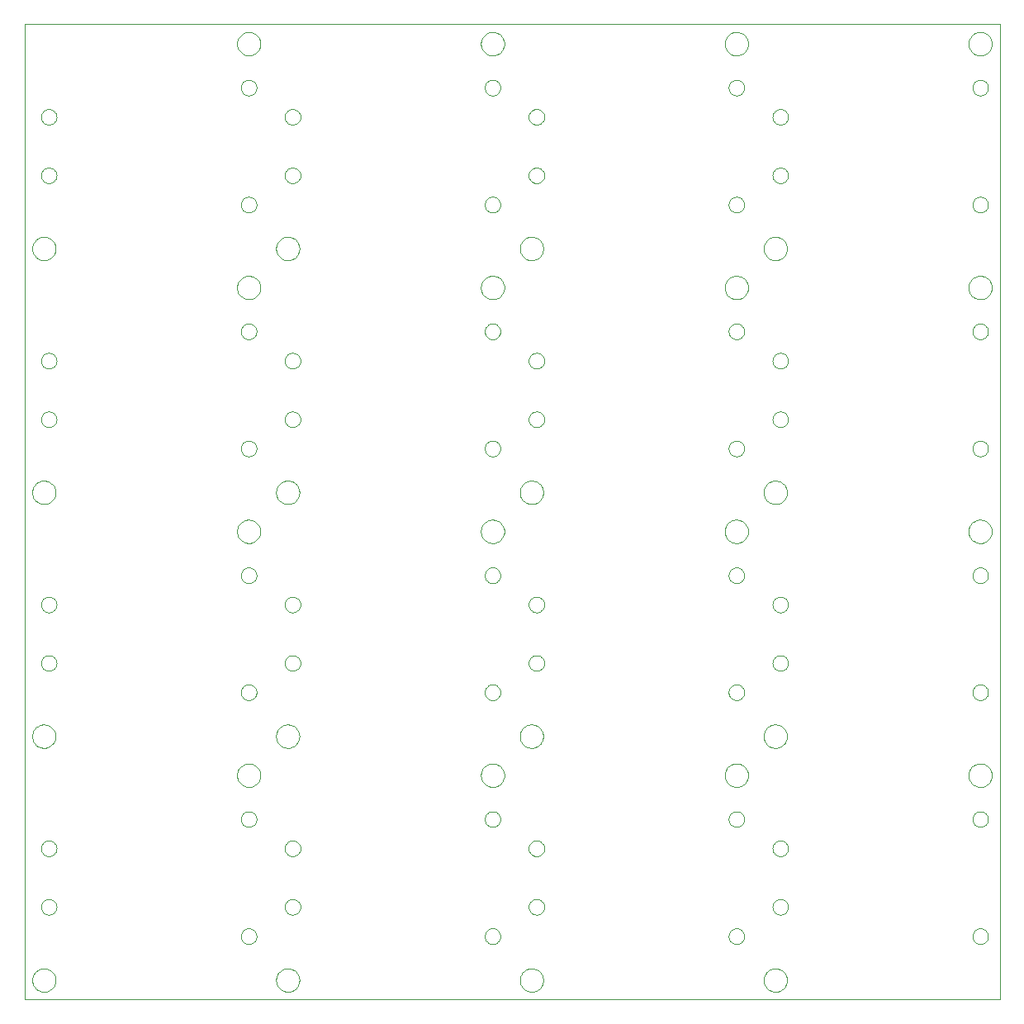
<source format=gm1>
G75*
G70*
%OFA0B0*%
%FSLAX24Y24*%
%IPPOS*%
%LPD*%
%AMOC8*
5,1,8,0,0,1.08239X$1,22.5*
%
%ADD10C,0.0000*%
D10*
X000500Y000500D02*
X000500Y039870D01*
X039870Y039870D01*
X039870Y000500D01*
X000500Y000500D01*
X000815Y001287D02*
X000817Y001330D01*
X000823Y001372D01*
X000833Y001414D01*
X000846Y001455D01*
X000863Y001495D01*
X000884Y001532D01*
X000908Y001568D01*
X000935Y001601D01*
X000965Y001632D01*
X000998Y001660D01*
X001033Y001685D01*
X001070Y001706D01*
X001109Y001724D01*
X001149Y001738D01*
X001191Y001749D01*
X001233Y001756D01*
X001276Y001759D01*
X001319Y001758D01*
X001362Y001753D01*
X001404Y001744D01*
X001445Y001732D01*
X001485Y001716D01*
X001523Y001696D01*
X001559Y001673D01*
X001593Y001646D01*
X001625Y001617D01*
X001653Y001585D01*
X001679Y001550D01*
X001701Y001514D01*
X001720Y001475D01*
X001735Y001435D01*
X001747Y001394D01*
X001755Y001351D01*
X001759Y001308D01*
X001759Y001266D01*
X001755Y001223D01*
X001747Y001180D01*
X001735Y001139D01*
X001720Y001099D01*
X001701Y001060D01*
X001679Y001024D01*
X001653Y000989D01*
X001625Y000957D01*
X001593Y000928D01*
X001559Y000901D01*
X001523Y000878D01*
X001485Y000858D01*
X001445Y000842D01*
X001404Y000830D01*
X001362Y000821D01*
X001319Y000816D01*
X001276Y000815D01*
X001233Y000818D01*
X001191Y000825D01*
X001149Y000836D01*
X001109Y000850D01*
X001070Y000868D01*
X001033Y000889D01*
X000998Y000914D01*
X000965Y000942D01*
X000935Y000973D01*
X000908Y001006D01*
X000884Y001042D01*
X000863Y001079D01*
X000846Y001119D01*
X000833Y001160D01*
X000823Y001202D01*
X000817Y001244D01*
X000815Y001287D01*
X001169Y004240D02*
X001171Y004275D01*
X001177Y004310D01*
X001187Y004344D01*
X001200Y004377D01*
X001217Y004408D01*
X001238Y004436D01*
X001261Y004463D01*
X001288Y004486D01*
X001316Y004507D01*
X001347Y004524D01*
X001380Y004537D01*
X001414Y004547D01*
X001449Y004553D01*
X001484Y004555D01*
X001519Y004553D01*
X001554Y004547D01*
X001588Y004537D01*
X001621Y004524D01*
X001652Y004507D01*
X001680Y004486D01*
X001707Y004463D01*
X001730Y004436D01*
X001751Y004408D01*
X001768Y004377D01*
X001781Y004344D01*
X001791Y004310D01*
X001797Y004275D01*
X001799Y004240D01*
X001797Y004205D01*
X001791Y004170D01*
X001781Y004136D01*
X001768Y004103D01*
X001751Y004072D01*
X001730Y004044D01*
X001707Y004017D01*
X001680Y003994D01*
X001652Y003973D01*
X001621Y003956D01*
X001588Y003943D01*
X001554Y003933D01*
X001519Y003927D01*
X001484Y003925D01*
X001449Y003927D01*
X001414Y003933D01*
X001380Y003943D01*
X001347Y003956D01*
X001316Y003973D01*
X001288Y003994D01*
X001261Y004017D01*
X001238Y004044D01*
X001217Y004072D01*
X001200Y004103D01*
X001187Y004136D01*
X001177Y004170D01*
X001171Y004205D01*
X001169Y004240D01*
X001169Y006602D02*
X001171Y006637D01*
X001177Y006672D01*
X001187Y006706D01*
X001200Y006739D01*
X001217Y006770D01*
X001238Y006798D01*
X001261Y006825D01*
X001288Y006848D01*
X001316Y006869D01*
X001347Y006886D01*
X001380Y006899D01*
X001414Y006909D01*
X001449Y006915D01*
X001484Y006917D01*
X001519Y006915D01*
X001554Y006909D01*
X001588Y006899D01*
X001621Y006886D01*
X001652Y006869D01*
X001680Y006848D01*
X001707Y006825D01*
X001730Y006798D01*
X001751Y006770D01*
X001768Y006739D01*
X001781Y006706D01*
X001791Y006672D01*
X001797Y006637D01*
X001799Y006602D01*
X001797Y006567D01*
X001791Y006532D01*
X001781Y006498D01*
X001768Y006465D01*
X001751Y006434D01*
X001730Y006406D01*
X001707Y006379D01*
X001680Y006356D01*
X001652Y006335D01*
X001621Y006318D01*
X001588Y006305D01*
X001554Y006295D01*
X001519Y006289D01*
X001484Y006287D01*
X001449Y006289D01*
X001414Y006295D01*
X001380Y006305D01*
X001347Y006318D01*
X001316Y006335D01*
X001288Y006356D01*
X001261Y006379D01*
X001238Y006406D01*
X001217Y006434D01*
X001200Y006465D01*
X001187Y006498D01*
X001177Y006532D01*
X001171Y006567D01*
X001169Y006602D01*
X000815Y011130D02*
X000817Y011173D01*
X000823Y011215D01*
X000833Y011257D01*
X000846Y011298D01*
X000863Y011338D01*
X000884Y011375D01*
X000908Y011411D01*
X000935Y011444D01*
X000965Y011475D01*
X000998Y011503D01*
X001033Y011528D01*
X001070Y011549D01*
X001109Y011567D01*
X001149Y011581D01*
X001191Y011592D01*
X001233Y011599D01*
X001276Y011602D01*
X001319Y011601D01*
X001362Y011596D01*
X001404Y011587D01*
X001445Y011575D01*
X001485Y011559D01*
X001523Y011539D01*
X001559Y011516D01*
X001593Y011489D01*
X001625Y011460D01*
X001653Y011428D01*
X001679Y011393D01*
X001701Y011357D01*
X001720Y011318D01*
X001735Y011278D01*
X001747Y011237D01*
X001755Y011194D01*
X001759Y011151D01*
X001759Y011109D01*
X001755Y011066D01*
X001747Y011023D01*
X001735Y010982D01*
X001720Y010942D01*
X001701Y010903D01*
X001679Y010867D01*
X001653Y010832D01*
X001625Y010800D01*
X001593Y010771D01*
X001559Y010744D01*
X001523Y010721D01*
X001485Y010701D01*
X001445Y010685D01*
X001404Y010673D01*
X001362Y010664D01*
X001319Y010659D01*
X001276Y010658D01*
X001233Y010661D01*
X001191Y010668D01*
X001149Y010679D01*
X001109Y010693D01*
X001070Y010711D01*
X001033Y010732D01*
X000998Y010757D01*
X000965Y010785D01*
X000935Y010816D01*
X000908Y010849D01*
X000884Y010885D01*
X000863Y010922D01*
X000846Y010962D01*
X000833Y011003D01*
X000823Y011045D01*
X000817Y011087D01*
X000815Y011130D01*
X001169Y014083D02*
X001171Y014118D01*
X001177Y014153D01*
X001187Y014187D01*
X001200Y014220D01*
X001217Y014251D01*
X001238Y014279D01*
X001261Y014306D01*
X001288Y014329D01*
X001316Y014350D01*
X001347Y014367D01*
X001380Y014380D01*
X001414Y014390D01*
X001449Y014396D01*
X001484Y014398D01*
X001519Y014396D01*
X001554Y014390D01*
X001588Y014380D01*
X001621Y014367D01*
X001652Y014350D01*
X001680Y014329D01*
X001707Y014306D01*
X001730Y014279D01*
X001751Y014251D01*
X001768Y014220D01*
X001781Y014187D01*
X001791Y014153D01*
X001797Y014118D01*
X001799Y014083D01*
X001797Y014048D01*
X001791Y014013D01*
X001781Y013979D01*
X001768Y013946D01*
X001751Y013915D01*
X001730Y013887D01*
X001707Y013860D01*
X001680Y013837D01*
X001652Y013816D01*
X001621Y013799D01*
X001588Y013786D01*
X001554Y013776D01*
X001519Y013770D01*
X001484Y013768D01*
X001449Y013770D01*
X001414Y013776D01*
X001380Y013786D01*
X001347Y013799D01*
X001316Y013816D01*
X001288Y013837D01*
X001261Y013860D01*
X001238Y013887D01*
X001217Y013915D01*
X001200Y013946D01*
X001187Y013979D01*
X001177Y014013D01*
X001171Y014048D01*
X001169Y014083D01*
X001169Y016445D02*
X001171Y016480D01*
X001177Y016515D01*
X001187Y016549D01*
X001200Y016582D01*
X001217Y016613D01*
X001238Y016641D01*
X001261Y016668D01*
X001288Y016691D01*
X001316Y016712D01*
X001347Y016729D01*
X001380Y016742D01*
X001414Y016752D01*
X001449Y016758D01*
X001484Y016760D01*
X001519Y016758D01*
X001554Y016752D01*
X001588Y016742D01*
X001621Y016729D01*
X001652Y016712D01*
X001680Y016691D01*
X001707Y016668D01*
X001730Y016641D01*
X001751Y016613D01*
X001768Y016582D01*
X001781Y016549D01*
X001791Y016515D01*
X001797Y016480D01*
X001799Y016445D01*
X001797Y016410D01*
X001791Y016375D01*
X001781Y016341D01*
X001768Y016308D01*
X001751Y016277D01*
X001730Y016249D01*
X001707Y016222D01*
X001680Y016199D01*
X001652Y016178D01*
X001621Y016161D01*
X001588Y016148D01*
X001554Y016138D01*
X001519Y016132D01*
X001484Y016130D01*
X001449Y016132D01*
X001414Y016138D01*
X001380Y016148D01*
X001347Y016161D01*
X001316Y016178D01*
X001288Y016199D01*
X001261Y016222D01*
X001238Y016249D01*
X001217Y016277D01*
X001200Y016308D01*
X001187Y016341D01*
X001177Y016375D01*
X001171Y016410D01*
X001169Y016445D01*
X000815Y020972D02*
X000817Y021015D01*
X000823Y021057D01*
X000833Y021099D01*
X000846Y021140D01*
X000863Y021180D01*
X000884Y021217D01*
X000908Y021253D01*
X000935Y021286D01*
X000965Y021317D01*
X000998Y021345D01*
X001033Y021370D01*
X001070Y021391D01*
X001109Y021409D01*
X001149Y021423D01*
X001191Y021434D01*
X001233Y021441D01*
X001276Y021444D01*
X001319Y021443D01*
X001362Y021438D01*
X001404Y021429D01*
X001445Y021417D01*
X001485Y021401D01*
X001523Y021381D01*
X001559Y021358D01*
X001593Y021331D01*
X001625Y021302D01*
X001653Y021270D01*
X001679Y021235D01*
X001701Y021199D01*
X001720Y021160D01*
X001735Y021120D01*
X001747Y021079D01*
X001755Y021036D01*
X001759Y020993D01*
X001759Y020951D01*
X001755Y020908D01*
X001747Y020865D01*
X001735Y020824D01*
X001720Y020784D01*
X001701Y020745D01*
X001679Y020709D01*
X001653Y020674D01*
X001625Y020642D01*
X001593Y020613D01*
X001559Y020586D01*
X001523Y020563D01*
X001485Y020543D01*
X001445Y020527D01*
X001404Y020515D01*
X001362Y020506D01*
X001319Y020501D01*
X001276Y020500D01*
X001233Y020503D01*
X001191Y020510D01*
X001149Y020521D01*
X001109Y020535D01*
X001070Y020553D01*
X001033Y020574D01*
X000998Y020599D01*
X000965Y020627D01*
X000935Y020658D01*
X000908Y020691D01*
X000884Y020727D01*
X000863Y020764D01*
X000846Y020804D01*
X000833Y020845D01*
X000823Y020887D01*
X000817Y020929D01*
X000815Y020972D01*
X001169Y023925D02*
X001171Y023960D01*
X001177Y023995D01*
X001187Y024029D01*
X001200Y024062D01*
X001217Y024093D01*
X001238Y024121D01*
X001261Y024148D01*
X001288Y024171D01*
X001316Y024192D01*
X001347Y024209D01*
X001380Y024222D01*
X001414Y024232D01*
X001449Y024238D01*
X001484Y024240D01*
X001519Y024238D01*
X001554Y024232D01*
X001588Y024222D01*
X001621Y024209D01*
X001652Y024192D01*
X001680Y024171D01*
X001707Y024148D01*
X001730Y024121D01*
X001751Y024093D01*
X001768Y024062D01*
X001781Y024029D01*
X001791Y023995D01*
X001797Y023960D01*
X001799Y023925D01*
X001797Y023890D01*
X001791Y023855D01*
X001781Y023821D01*
X001768Y023788D01*
X001751Y023757D01*
X001730Y023729D01*
X001707Y023702D01*
X001680Y023679D01*
X001652Y023658D01*
X001621Y023641D01*
X001588Y023628D01*
X001554Y023618D01*
X001519Y023612D01*
X001484Y023610D01*
X001449Y023612D01*
X001414Y023618D01*
X001380Y023628D01*
X001347Y023641D01*
X001316Y023658D01*
X001288Y023679D01*
X001261Y023702D01*
X001238Y023729D01*
X001217Y023757D01*
X001200Y023788D01*
X001187Y023821D01*
X001177Y023855D01*
X001171Y023890D01*
X001169Y023925D01*
X001169Y026287D02*
X001171Y026322D01*
X001177Y026357D01*
X001187Y026391D01*
X001200Y026424D01*
X001217Y026455D01*
X001238Y026483D01*
X001261Y026510D01*
X001288Y026533D01*
X001316Y026554D01*
X001347Y026571D01*
X001380Y026584D01*
X001414Y026594D01*
X001449Y026600D01*
X001484Y026602D01*
X001519Y026600D01*
X001554Y026594D01*
X001588Y026584D01*
X001621Y026571D01*
X001652Y026554D01*
X001680Y026533D01*
X001707Y026510D01*
X001730Y026483D01*
X001751Y026455D01*
X001768Y026424D01*
X001781Y026391D01*
X001791Y026357D01*
X001797Y026322D01*
X001799Y026287D01*
X001797Y026252D01*
X001791Y026217D01*
X001781Y026183D01*
X001768Y026150D01*
X001751Y026119D01*
X001730Y026091D01*
X001707Y026064D01*
X001680Y026041D01*
X001652Y026020D01*
X001621Y026003D01*
X001588Y025990D01*
X001554Y025980D01*
X001519Y025974D01*
X001484Y025972D01*
X001449Y025974D01*
X001414Y025980D01*
X001380Y025990D01*
X001347Y026003D01*
X001316Y026020D01*
X001288Y026041D01*
X001261Y026064D01*
X001238Y026091D01*
X001217Y026119D01*
X001200Y026150D01*
X001187Y026183D01*
X001177Y026217D01*
X001171Y026252D01*
X001169Y026287D01*
X000815Y030815D02*
X000817Y030858D01*
X000823Y030900D01*
X000833Y030942D01*
X000846Y030983D01*
X000863Y031023D01*
X000884Y031060D01*
X000908Y031096D01*
X000935Y031129D01*
X000965Y031160D01*
X000998Y031188D01*
X001033Y031213D01*
X001070Y031234D01*
X001109Y031252D01*
X001149Y031266D01*
X001191Y031277D01*
X001233Y031284D01*
X001276Y031287D01*
X001319Y031286D01*
X001362Y031281D01*
X001404Y031272D01*
X001445Y031260D01*
X001485Y031244D01*
X001523Y031224D01*
X001559Y031201D01*
X001593Y031174D01*
X001625Y031145D01*
X001653Y031113D01*
X001679Y031078D01*
X001701Y031042D01*
X001720Y031003D01*
X001735Y030963D01*
X001747Y030922D01*
X001755Y030879D01*
X001759Y030836D01*
X001759Y030794D01*
X001755Y030751D01*
X001747Y030708D01*
X001735Y030667D01*
X001720Y030627D01*
X001701Y030588D01*
X001679Y030552D01*
X001653Y030517D01*
X001625Y030485D01*
X001593Y030456D01*
X001559Y030429D01*
X001523Y030406D01*
X001485Y030386D01*
X001445Y030370D01*
X001404Y030358D01*
X001362Y030349D01*
X001319Y030344D01*
X001276Y030343D01*
X001233Y030346D01*
X001191Y030353D01*
X001149Y030364D01*
X001109Y030378D01*
X001070Y030396D01*
X001033Y030417D01*
X000998Y030442D01*
X000965Y030470D01*
X000935Y030501D01*
X000908Y030534D01*
X000884Y030570D01*
X000863Y030607D01*
X000846Y030647D01*
X000833Y030688D01*
X000823Y030730D01*
X000817Y030772D01*
X000815Y030815D01*
X001169Y033768D02*
X001171Y033803D01*
X001177Y033838D01*
X001187Y033872D01*
X001200Y033905D01*
X001217Y033936D01*
X001238Y033964D01*
X001261Y033991D01*
X001288Y034014D01*
X001316Y034035D01*
X001347Y034052D01*
X001380Y034065D01*
X001414Y034075D01*
X001449Y034081D01*
X001484Y034083D01*
X001519Y034081D01*
X001554Y034075D01*
X001588Y034065D01*
X001621Y034052D01*
X001652Y034035D01*
X001680Y034014D01*
X001707Y033991D01*
X001730Y033964D01*
X001751Y033936D01*
X001768Y033905D01*
X001781Y033872D01*
X001791Y033838D01*
X001797Y033803D01*
X001799Y033768D01*
X001797Y033733D01*
X001791Y033698D01*
X001781Y033664D01*
X001768Y033631D01*
X001751Y033600D01*
X001730Y033572D01*
X001707Y033545D01*
X001680Y033522D01*
X001652Y033501D01*
X001621Y033484D01*
X001588Y033471D01*
X001554Y033461D01*
X001519Y033455D01*
X001484Y033453D01*
X001449Y033455D01*
X001414Y033461D01*
X001380Y033471D01*
X001347Y033484D01*
X001316Y033501D01*
X001288Y033522D01*
X001261Y033545D01*
X001238Y033572D01*
X001217Y033600D01*
X001200Y033631D01*
X001187Y033664D01*
X001177Y033698D01*
X001171Y033733D01*
X001169Y033768D01*
X001169Y036130D02*
X001171Y036165D01*
X001177Y036200D01*
X001187Y036234D01*
X001200Y036267D01*
X001217Y036298D01*
X001238Y036326D01*
X001261Y036353D01*
X001288Y036376D01*
X001316Y036397D01*
X001347Y036414D01*
X001380Y036427D01*
X001414Y036437D01*
X001449Y036443D01*
X001484Y036445D01*
X001519Y036443D01*
X001554Y036437D01*
X001588Y036427D01*
X001621Y036414D01*
X001652Y036397D01*
X001680Y036376D01*
X001707Y036353D01*
X001730Y036326D01*
X001751Y036298D01*
X001768Y036267D01*
X001781Y036234D01*
X001791Y036200D01*
X001797Y036165D01*
X001799Y036130D01*
X001797Y036095D01*
X001791Y036060D01*
X001781Y036026D01*
X001768Y035993D01*
X001751Y035962D01*
X001730Y035934D01*
X001707Y035907D01*
X001680Y035884D01*
X001652Y035863D01*
X001621Y035846D01*
X001588Y035833D01*
X001554Y035823D01*
X001519Y035817D01*
X001484Y035815D01*
X001449Y035817D01*
X001414Y035823D01*
X001380Y035833D01*
X001347Y035846D01*
X001316Y035863D01*
X001288Y035884D01*
X001261Y035907D01*
X001238Y035934D01*
X001217Y035962D01*
X001200Y035993D01*
X001187Y036026D01*
X001177Y036060D01*
X001171Y036095D01*
X001169Y036130D01*
X009240Y037311D02*
X009242Y037346D01*
X009248Y037381D01*
X009258Y037415D01*
X009271Y037448D01*
X009288Y037479D01*
X009309Y037507D01*
X009332Y037534D01*
X009359Y037557D01*
X009387Y037578D01*
X009418Y037595D01*
X009451Y037608D01*
X009485Y037618D01*
X009520Y037624D01*
X009555Y037626D01*
X009590Y037624D01*
X009625Y037618D01*
X009659Y037608D01*
X009692Y037595D01*
X009723Y037578D01*
X009751Y037557D01*
X009778Y037534D01*
X009801Y037507D01*
X009822Y037479D01*
X009839Y037448D01*
X009852Y037415D01*
X009862Y037381D01*
X009868Y037346D01*
X009870Y037311D01*
X009868Y037276D01*
X009862Y037241D01*
X009852Y037207D01*
X009839Y037174D01*
X009822Y037143D01*
X009801Y037115D01*
X009778Y037088D01*
X009751Y037065D01*
X009723Y037044D01*
X009692Y037027D01*
X009659Y037014D01*
X009625Y037004D01*
X009590Y036998D01*
X009555Y036996D01*
X009520Y036998D01*
X009485Y037004D01*
X009451Y037014D01*
X009418Y037027D01*
X009387Y037044D01*
X009359Y037065D01*
X009332Y037088D01*
X009309Y037115D01*
X009288Y037143D01*
X009271Y037174D01*
X009258Y037207D01*
X009248Y037241D01*
X009242Y037276D01*
X009240Y037311D01*
X009083Y039083D02*
X009085Y039126D01*
X009091Y039168D01*
X009101Y039210D01*
X009114Y039251D01*
X009131Y039291D01*
X009152Y039328D01*
X009176Y039364D01*
X009203Y039397D01*
X009233Y039428D01*
X009266Y039456D01*
X009301Y039481D01*
X009338Y039502D01*
X009377Y039520D01*
X009417Y039534D01*
X009459Y039545D01*
X009501Y039552D01*
X009544Y039555D01*
X009587Y039554D01*
X009630Y039549D01*
X009672Y039540D01*
X009713Y039528D01*
X009753Y039512D01*
X009791Y039492D01*
X009827Y039469D01*
X009861Y039442D01*
X009893Y039413D01*
X009921Y039381D01*
X009947Y039346D01*
X009969Y039310D01*
X009988Y039271D01*
X010003Y039231D01*
X010015Y039190D01*
X010023Y039147D01*
X010027Y039104D01*
X010027Y039062D01*
X010023Y039019D01*
X010015Y038976D01*
X010003Y038935D01*
X009988Y038895D01*
X009969Y038856D01*
X009947Y038820D01*
X009921Y038785D01*
X009893Y038753D01*
X009861Y038724D01*
X009827Y038697D01*
X009791Y038674D01*
X009753Y038654D01*
X009713Y038638D01*
X009672Y038626D01*
X009630Y038617D01*
X009587Y038612D01*
X009544Y038611D01*
X009501Y038614D01*
X009459Y038621D01*
X009417Y038632D01*
X009377Y038646D01*
X009338Y038664D01*
X009301Y038685D01*
X009266Y038710D01*
X009233Y038738D01*
X009203Y038769D01*
X009176Y038802D01*
X009152Y038838D01*
X009131Y038875D01*
X009114Y038915D01*
X009101Y038956D01*
X009091Y038998D01*
X009085Y039040D01*
X009083Y039083D01*
X011012Y036130D02*
X011014Y036165D01*
X011020Y036200D01*
X011030Y036234D01*
X011043Y036267D01*
X011060Y036298D01*
X011081Y036326D01*
X011104Y036353D01*
X011131Y036376D01*
X011159Y036397D01*
X011190Y036414D01*
X011223Y036427D01*
X011257Y036437D01*
X011292Y036443D01*
X011327Y036445D01*
X011362Y036443D01*
X011397Y036437D01*
X011431Y036427D01*
X011464Y036414D01*
X011495Y036397D01*
X011523Y036376D01*
X011550Y036353D01*
X011573Y036326D01*
X011594Y036298D01*
X011611Y036267D01*
X011624Y036234D01*
X011634Y036200D01*
X011640Y036165D01*
X011642Y036130D01*
X011640Y036095D01*
X011634Y036060D01*
X011624Y036026D01*
X011611Y035993D01*
X011594Y035962D01*
X011573Y035934D01*
X011550Y035907D01*
X011523Y035884D01*
X011495Y035863D01*
X011464Y035846D01*
X011431Y035833D01*
X011397Y035823D01*
X011362Y035817D01*
X011327Y035815D01*
X011292Y035817D01*
X011257Y035823D01*
X011223Y035833D01*
X011190Y035846D01*
X011159Y035863D01*
X011131Y035884D01*
X011104Y035907D01*
X011081Y035934D01*
X011060Y035962D01*
X011043Y035993D01*
X011030Y036026D01*
X011020Y036060D01*
X011014Y036095D01*
X011012Y036130D01*
X011012Y033768D02*
X011014Y033803D01*
X011020Y033838D01*
X011030Y033872D01*
X011043Y033905D01*
X011060Y033936D01*
X011081Y033964D01*
X011104Y033991D01*
X011131Y034014D01*
X011159Y034035D01*
X011190Y034052D01*
X011223Y034065D01*
X011257Y034075D01*
X011292Y034081D01*
X011327Y034083D01*
X011362Y034081D01*
X011397Y034075D01*
X011431Y034065D01*
X011464Y034052D01*
X011495Y034035D01*
X011523Y034014D01*
X011550Y033991D01*
X011573Y033964D01*
X011594Y033936D01*
X011611Y033905D01*
X011624Y033872D01*
X011634Y033838D01*
X011640Y033803D01*
X011642Y033768D01*
X011640Y033733D01*
X011634Y033698D01*
X011624Y033664D01*
X011611Y033631D01*
X011594Y033600D01*
X011573Y033572D01*
X011550Y033545D01*
X011523Y033522D01*
X011495Y033501D01*
X011464Y033484D01*
X011431Y033471D01*
X011397Y033461D01*
X011362Y033455D01*
X011327Y033453D01*
X011292Y033455D01*
X011257Y033461D01*
X011223Y033471D01*
X011190Y033484D01*
X011159Y033501D01*
X011131Y033522D01*
X011104Y033545D01*
X011081Y033572D01*
X011060Y033600D01*
X011043Y033631D01*
X011030Y033664D01*
X011020Y033698D01*
X011014Y033733D01*
X011012Y033768D01*
X009240Y032587D02*
X009242Y032622D01*
X009248Y032657D01*
X009258Y032691D01*
X009271Y032724D01*
X009288Y032755D01*
X009309Y032783D01*
X009332Y032810D01*
X009359Y032833D01*
X009387Y032854D01*
X009418Y032871D01*
X009451Y032884D01*
X009485Y032894D01*
X009520Y032900D01*
X009555Y032902D01*
X009590Y032900D01*
X009625Y032894D01*
X009659Y032884D01*
X009692Y032871D01*
X009723Y032854D01*
X009751Y032833D01*
X009778Y032810D01*
X009801Y032783D01*
X009822Y032755D01*
X009839Y032724D01*
X009852Y032691D01*
X009862Y032657D01*
X009868Y032622D01*
X009870Y032587D01*
X009868Y032552D01*
X009862Y032517D01*
X009852Y032483D01*
X009839Y032450D01*
X009822Y032419D01*
X009801Y032391D01*
X009778Y032364D01*
X009751Y032341D01*
X009723Y032320D01*
X009692Y032303D01*
X009659Y032290D01*
X009625Y032280D01*
X009590Y032274D01*
X009555Y032272D01*
X009520Y032274D01*
X009485Y032280D01*
X009451Y032290D01*
X009418Y032303D01*
X009387Y032320D01*
X009359Y032341D01*
X009332Y032364D01*
X009309Y032391D01*
X009288Y032419D01*
X009271Y032450D01*
X009258Y032483D01*
X009248Y032517D01*
X009242Y032552D01*
X009240Y032587D01*
X010658Y030815D02*
X010660Y030858D01*
X010666Y030900D01*
X010676Y030942D01*
X010689Y030983D01*
X010706Y031023D01*
X010727Y031060D01*
X010751Y031096D01*
X010778Y031129D01*
X010808Y031160D01*
X010841Y031188D01*
X010876Y031213D01*
X010913Y031234D01*
X010952Y031252D01*
X010992Y031266D01*
X011034Y031277D01*
X011076Y031284D01*
X011119Y031287D01*
X011162Y031286D01*
X011205Y031281D01*
X011247Y031272D01*
X011288Y031260D01*
X011328Y031244D01*
X011366Y031224D01*
X011402Y031201D01*
X011436Y031174D01*
X011468Y031145D01*
X011496Y031113D01*
X011522Y031078D01*
X011544Y031042D01*
X011563Y031003D01*
X011578Y030963D01*
X011590Y030922D01*
X011598Y030879D01*
X011602Y030836D01*
X011602Y030794D01*
X011598Y030751D01*
X011590Y030708D01*
X011578Y030667D01*
X011563Y030627D01*
X011544Y030588D01*
X011522Y030552D01*
X011496Y030517D01*
X011468Y030485D01*
X011436Y030456D01*
X011402Y030429D01*
X011366Y030406D01*
X011328Y030386D01*
X011288Y030370D01*
X011247Y030358D01*
X011205Y030349D01*
X011162Y030344D01*
X011119Y030343D01*
X011076Y030346D01*
X011034Y030353D01*
X010992Y030364D01*
X010952Y030378D01*
X010913Y030396D01*
X010876Y030417D01*
X010841Y030442D01*
X010808Y030470D01*
X010778Y030501D01*
X010751Y030534D01*
X010727Y030570D01*
X010706Y030607D01*
X010689Y030647D01*
X010676Y030688D01*
X010666Y030730D01*
X010660Y030772D01*
X010658Y030815D01*
X009083Y029240D02*
X009085Y029283D01*
X009091Y029325D01*
X009101Y029367D01*
X009114Y029408D01*
X009131Y029448D01*
X009152Y029485D01*
X009176Y029521D01*
X009203Y029554D01*
X009233Y029585D01*
X009266Y029613D01*
X009301Y029638D01*
X009338Y029659D01*
X009377Y029677D01*
X009417Y029691D01*
X009459Y029702D01*
X009501Y029709D01*
X009544Y029712D01*
X009587Y029711D01*
X009630Y029706D01*
X009672Y029697D01*
X009713Y029685D01*
X009753Y029669D01*
X009791Y029649D01*
X009827Y029626D01*
X009861Y029599D01*
X009893Y029570D01*
X009921Y029538D01*
X009947Y029503D01*
X009969Y029467D01*
X009988Y029428D01*
X010003Y029388D01*
X010015Y029347D01*
X010023Y029304D01*
X010027Y029261D01*
X010027Y029219D01*
X010023Y029176D01*
X010015Y029133D01*
X010003Y029092D01*
X009988Y029052D01*
X009969Y029013D01*
X009947Y028977D01*
X009921Y028942D01*
X009893Y028910D01*
X009861Y028881D01*
X009827Y028854D01*
X009791Y028831D01*
X009753Y028811D01*
X009713Y028795D01*
X009672Y028783D01*
X009630Y028774D01*
X009587Y028769D01*
X009544Y028768D01*
X009501Y028771D01*
X009459Y028778D01*
X009417Y028789D01*
X009377Y028803D01*
X009338Y028821D01*
X009301Y028842D01*
X009266Y028867D01*
X009233Y028895D01*
X009203Y028926D01*
X009176Y028959D01*
X009152Y028995D01*
X009131Y029032D01*
X009114Y029072D01*
X009101Y029113D01*
X009091Y029155D01*
X009085Y029197D01*
X009083Y029240D01*
X009240Y027469D02*
X009242Y027504D01*
X009248Y027539D01*
X009258Y027573D01*
X009271Y027606D01*
X009288Y027637D01*
X009309Y027665D01*
X009332Y027692D01*
X009359Y027715D01*
X009387Y027736D01*
X009418Y027753D01*
X009451Y027766D01*
X009485Y027776D01*
X009520Y027782D01*
X009555Y027784D01*
X009590Y027782D01*
X009625Y027776D01*
X009659Y027766D01*
X009692Y027753D01*
X009723Y027736D01*
X009751Y027715D01*
X009778Y027692D01*
X009801Y027665D01*
X009822Y027637D01*
X009839Y027606D01*
X009852Y027573D01*
X009862Y027539D01*
X009868Y027504D01*
X009870Y027469D01*
X009868Y027434D01*
X009862Y027399D01*
X009852Y027365D01*
X009839Y027332D01*
X009822Y027301D01*
X009801Y027273D01*
X009778Y027246D01*
X009751Y027223D01*
X009723Y027202D01*
X009692Y027185D01*
X009659Y027172D01*
X009625Y027162D01*
X009590Y027156D01*
X009555Y027154D01*
X009520Y027156D01*
X009485Y027162D01*
X009451Y027172D01*
X009418Y027185D01*
X009387Y027202D01*
X009359Y027223D01*
X009332Y027246D01*
X009309Y027273D01*
X009288Y027301D01*
X009271Y027332D01*
X009258Y027365D01*
X009248Y027399D01*
X009242Y027434D01*
X009240Y027469D01*
X011012Y026287D02*
X011014Y026322D01*
X011020Y026357D01*
X011030Y026391D01*
X011043Y026424D01*
X011060Y026455D01*
X011081Y026483D01*
X011104Y026510D01*
X011131Y026533D01*
X011159Y026554D01*
X011190Y026571D01*
X011223Y026584D01*
X011257Y026594D01*
X011292Y026600D01*
X011327Y026602D01*
X011362Y026600D01*
X011397Y026594D01*
X011431Y026584D01*
X011464Y026571D01*
X011495Y026554D01*
X011523Y026533D01*
X011550Y026510D01*
X011573Y026483D01*
X011594Y026455D01*
X011611Y026424D01*
X011624Y026391D01*
X011634Y026357D01*
X011640Y026322D01*
X011642Y026287D01*
X011640Y026252D01*
X011634Y026217D01*
X011624Y026183D01*
X011611Y026150D01*
X011594Y026119D01*
X011573Y026091D01*
X011550Y026064D01*
X011523Y026041D01*
X011495Y026020D01*
X011464Y026003D01*
X011431Y025990D01*
X011397Y025980D01*
X011362Y025974D01*
X011327Y025972D01*
X011292Y025974D01*
X011257Y025980D01*
X011223Y025990D01*
X011190Y026003D01*
X011159Y026020D01*
X011131Y026041D01*
X011104Y026064D01*
X011081Y026091D01*
X011060Y026119D01*
X011043Y026150D01*
X011030Y026183D01*
X011020Y026217D01*
X011014Y026252D01*
X011012Y026287D01*
X011012Y023925D02*
X011014Y023960D01*
X011020Y023995D01*
X011030Y024029D01*
X011043Y024062D01*
X011060Y024093D01*
X011081Y024121D01*
X011104Y024148D01*
X011131Y024171D01*
X011159Y024192D01*
X011190Y024209D01*
X011223Y024222D01*
X011257Y024232D01*
X011292Y024238D01*
X011327Y024240D01*
X011362Y024238D01*
X011397Y024232D01*
X011431Y024222D01*
X011464Y024209D01*
X011495Y024192D01*
X011523Y024171D01*
X011550Y024148D01*
X011573Y024121D01*
X011594Y024093D01*
X011611Y024062D01*
X011624Y024029D01*
X011634Y023995D01*
X011640Y023960D01*
X011642Y023925D01*
X011640Y023890D01*
X011634Y023855D01*
X011624Y023821D01*
X011611Y023788D01*
X011594Y023757D01*
X011573Y023729D01*
X011550Y023702D01*
X011523Y023679D01*
X011495Y023658D01*
X011464Y023641D01*
X011431Y023628D01*
X011397Y023618D01*
X011362Y023612D01*
X011327Y023610D01*
X011292Y023612D01*
X011257Y023618D01*
X011223Y023628D01*
X011190Y023641D01*
X011159Y023658D01*
X011131Y023679D01*
X011104Y023702D01*
X011081Y023729D01*
X011060Y023757D01*
X011043Y023788D01*
X011030Y023821D01*
X011020Y023855D01*
X011014Y023890D01*
X011012Y023925D01*
X009240Y022744D02*
X009242Y022779D01*
X009248Y022814D01*
X009258Y022848D01*
X009271Y022881D01*
X009288Y022912D01*
X009309Y022940D01*
X009332Y022967D01*
X009359Y022990D01*
X009387Y023011D01*
X009418Y023028D01*
X009451Y023041D01*
X009485Y023051D01*
X009520Y023057D01*
X009555Y023059D01*
X009590Y023057D01*
X009625Y023051D01*
X009659Y023041D01*
X009692Y023028D01*
X009723Y023011D01*
X009751Y022990D01*
X009778Y022967D01*
X009801Y022940D01*
X009822Y022912D01*
X009839Y022881D01*
X009852Y022848D01*
X009862Y022814D01*
X009868Y022779D01*
X009870Y022744D01*
X009868Y022709D01*
X009862Y022674D01*
X009852Y022640D01*
X009839Y022607D01*
X009822Y022576D01*
X009801Y022548D01*
X009778Y022521D01*
X009751Y022498D01*
X009723Y022477D01*
X009692Y022460D01*
X009659Y022447D01*
X009625Y022437D01*
X009590Y022431D01*
X009555Y022429D01*
X009520Y022431D01*
X009485Y022437D01*
X009451Y022447D01*
X009418Y022460D01*
X009387Y022477D01*
X009359Y022498D01*
X009332Y022521D01*
X009309Y022548D01*
X009288Y022576D01*
X009271Y022607D01*
X009258Y022640D01*
X009248Y022674D01*
X009242Y022709D01*
X009240Y022744D01*
X010658Y020972D02*
X010660Y021015D01*
X010666Y021057D01*
X010676Y021099D01*
X010689Y021140D01*
X010706Y021180D01*
X010727Y021217D01*
X010751Y021253D01*
X010778Y021286D01*
X010808Y021317D01*
X010841Y021345D01*
X010876Y021370D01*
X010913Y021391D01*
X010952Y021409D01*
X010992Y021423D01*
X011034Y021434D01*
X011076Y021441D01*
X011119Y021444D01*
X011162Y021443D01*
X011205Y021438D01*
X011247Y021429D01*
X011288Y021417D01*
X011328Y021401D01*
X011366Y021381D01*
X011402Y021358D01*
X011436Y021331D01*
X011468Y021302D01*
X011496Y021270D01*
X011522Y021235D01*
X011544Y021199D01*
X011563Y021160D01*
X011578Y021120D01*
X011590Y021079D01*
X011598Y021036D01*
X011602Y020993D01*
X011602Y020951D01*
X011598Y020908D01*
X011590Y020865D01*
X011578Y020824D01*
X011563Y020784D01*
X011544Y020745D01*
X011522Y020709D01*
X011496Y020674D01*
X011468Y020642D01*
X011436Y020613D01*
X011402Y020586D01*
X011366Y020563D01*
X011328Y020543D01*
X011288Y020527D01*
X011247Y020515D01*
X011205Y020506D01*
X011162Y020501D01*
X011119Y020500D01*
X011076Y020503D01*
X011034Y020510D01*
X010992Y020521D01*
X010952Y020535D01*
X010913Y020553D01*
X010876Y020574D01*
X010841Y020599D01*
X010808Y020627D01*
X010778Y020658D01*
X010751Y020691D01*
X010727Y020727D01*
X010706Y020764D01*
X010689Y020804D01*
X010676Y020845D01*
X010666Y020887D01*
X010660Y020929D01*
X010658Y020972D01*
X009083Y019398D02*
X009085Y019441D01*
X009091Y019483D01*
X009101Y019525D01*
X009114Y019566D01*
X009131Y019606D01*
X009152Y019643D01*
X009176Y019679D01*
X009203Y019712D01*
X009233Y019743D01*
X009266Y019771D01*
X009301Y019796D01*
X009338Y019817D01*
X009377Y019835D01*
X009417Y019849D01*
X009459Y019860D01*
X009501Y019867D01*
X009544Y019870D01*
X009587Y019869D01*
X009630Y019864D01*
X009672Y019855D01*
X009713Y019843D01*
X009753Y019827D01*
X009791Y019807D01*
X009827Y019784D01*
X009861Y019757D01*
X009893Y019728D01*
X009921Y019696D01*
X009947Y019661D01*
X009969Y019625D01*
X009988Y019586D01*
X010003Y019546D01*
X010015Y019505D01*
X010023Y019462D01*
X010027Y019419D01*
X010027Y019377D01*
X010023Y019334D01*
X010015Y019291D01*
X010003Y019250D01*
X009988Y019210D01*
X009969Y019171D01*
X009947Y019135D01*
X009921Y019100D01*
X009893Y019068D01*
X009861Y019039D01*
X009827Y019012D01*
X009791Y018989D01*
X009753Y018969D01*
X009713Y018953D01*
X009672Y018941D01*
X009630Y018932D01*
X009587Y018927D01*
X009544Y018926D01*
X009501Y018929D01*
X009459Y018936D01*
X009417Y018947D01*
X009377Y018961D01*
X009338Y018979D01*
X009301Y019000D01*
X009266Y019025D01*
X009233Y019053D01*
X009203Y019084D01*
X009176Y019117D01*
X009152Y019153D01*
X009131Y019190D01*
X009114Y019230D01*
X009101Y019271D01*
X009091Y019313D01*
X009085Y019355D01*
X009083Y019398D01*
X009240Y017626D02*
X009242Y017661D01*
X009248Y017696D01*
X009258Y017730D01*
X009271Y017763D01*
X009288Y017794D01*
X009309Y017822D01*
X009332Y017849D01*
X009359Y017872D01*
X009387Y017893D01*
X009418Y017910D01*
X009451Y017923D01*
X009485Y017933D01*
X009520Y017939D01*
X009555Y017941D01*
X009590Y017939D01*
X009625Y017933D01*
X009659Y017923D01*
X009692Y017910D01*
X009723Y017893D01*
X009751Y017872D01*
X009778Y017849D01*
X009801Y017822D01*
X009822Y017794D01*
X009839Y017763D01*
X009852Y017730D01*
X009862Y017696D01*
X009868Y017661D01*
X009870Y017626D01*
X009868Y017591D01*
X009862Y017556D01*
X009852Y017522D01*
X009839Y017489D01*
X009822Y017458D01*
X009801Y017430D01*
X009778Y017403D01*
X009751Y017380D01*
X009723Y017359D01*
X009692Y017342D01*
X009659Y017329D01*
X009625Y017319D01*
X009590Y017313D01*
X009555Y017311D01*
X009520Y017313D01*
X009485Y017319D01*
X009451Y017329D01*
X009418Y017342D01*
X009387Y017359D01*
X009359Y017380D01*
X009332Y017403D01*
X009309Y017430D01*
X009288Y017458D01*
X009271Y017489D01*
X009258Y017522D01*
X009248Y017556D01*
X009242Y017591D01*
X009240Y017626D01*
X011012Y016445D02*
X011014Y016480D01*
X011020Y016515D01*
X011030Y016549D01*
X011043Y016582D01*
X011060Y016613D01*
X011081Y016641D01*
X011104Y016668D01*
X011131Y016691D01*
X011159Y016712D01*
X011190Y016729D01*
X011223Y016742D01*
X011257Y016752D01*
X011292Y016758D01*
X011327Y016760D01*
X011362Y016758D01*
X011397Y016752D01*
X011431Y016742D01*
X011464Y016729D01*
X011495Y016712D01*
X011523Y016691D01*
X011550Y016668D01*
X011573Y016641D01*
X011594Y016613D01*
X011611Y016582D01*
X011624Y016549D01*
X011634Y016515D01*
X011640Y016480D01*
X011642Y016445D01*
X011640Y016410D01*
X011634Y016375D01*
X011624Y016341D01*
X011611Y016308D01*
X011594Y016277D01*
X011573Y016249D01*
X011550Y016222D01*
X011523Y016199D01*
X011495Y016178D01*
X011464Y016161D01*
X011431Y016148D01*
X011397Y016138D01*
X011362Y016132D01*
X011327Y016130D01*
X011292Y016132D01*
X011257Y016138D01*
X011223Y016148D01*
X011190Y016161D01*
X011159Y016178D01*
X011131Y016199D01*
X011104Y016222D01*
X011081Y016249D01*
X011060Y016277D01*
X011043Y016308D01*
X011030Y016341D01*
X011020Y016375D01*
X011014Y016410D01*
X011012Y016445D01*
X011012Y014083D02*
X011014Y014118D01*
X011020Y014153D01*
X011030Y014187D01*
X011043Y014220D01*
X011060Y014251D01*
X011081Y014279D01*
X011104Y014306D01*
X011131Y014329D01*
X011159Y014350D01*
X011190Y014367D01*
X011223Y014380D01*
X011257Y014390D01*
X011292Y014396D01*
X011327Y014398D01*
X011362Y014396D01*
X011397Y014390D01*
X011431Y014380D01*
X011464Y014367D01*
X011495Y014350D01*
X011523Y014329D01*
X011550Y014306D01*
X011573Y014279D01*
X011594Y014251D01*
X011611Y014220D01*
X011624Y014187D01*
X011634Y014153D01*
X011640Y014118D01*
X011642Y014083D01*
X011640Y014048D01*
X011634Y014013D01*
X011624Y013979D01*
X011611Y013946D01*
X011594Y013915D01*
X011573Y013887D01*
X011550Y013860D01*
X011523Y013837D01*
X011495Y013816D01*
X011464Y013799D01*
X011431Y013786D01*
X011397Y013776D01*
X011362Y013770D01*
X011327Y013768D01*
X011292Y013770D01*
X011257Y013776D01*
X011223Y013786D01*
X011190Y013799D01*
X011159Y013816D01*
X011131Y013837D01*
X011104Y013860D01*
X011081Y013887D01*
X011060Y013915D01*
X011043Y013946D01*
X011030Y013979D01*
X011020Y014013D01*
X011014Y014048D01*
X011012Y014083D01*
X009240Y012902D02*
X009242Y012937D01*
X009248Y012972D01*
X009258Y013006D01*
X009271Y013039D01*
X009288Y013070D01*
X009309Y013098D01*
X009332Y013125D01*
X009359Y013148D01*
X009387Y013169D01*
X009418Y013186D01*
X009451Y013199D01*
X009485Y013209D01*
X009520Y013215D01*
X009555Y013217D01*
X009590Y013215D01*
X009625Y013209D01*
X009659Y013199D01*
X009692Y013186D01*
X009723Y013169D01*
X009751Y013148D01*
X009778Y013125D01*
X009801Y013098D01*
X009822Y013070D01*
X009839Y013039D01*
X009852Y013006D01*
X009862Y012972D01*
X009868Y012937D01*
X009870Y012902D01*
X009868Y012867D01*
X009862Y012832D01*
X009852Y012798D01*
X009839Y012765D01*
X009822Y012734D01*
X009801Y012706D01*
X009778Y012679D01*
X009751Y012656D01*
X009723Y012635D01*
X009692Y012618D01*
X009659Y012605D01*
X009625Y012595D01*
X009590Y012589D01*
X009555Y012587D01*
X009520Y012589D01*
X009485Y012595D01*
X009451Y012605D01*
X009418Y012618D01*
X009387Y012635D01*
X009359Y012656D01*
X009332Y012679D01*
X009309Y012706D01*
X009288Y012734D01*
X009271Y012765D01*
X009258Y012798D01*
X009248Y012832D01*
X009242Y012867D01*
X009240Y012902D01*
X010658Y011130D02*
X010660Y011173D01*
X010666Y011215D01*
X010676Y011257D01*
X010689Y011298D01*
X010706Y011338D01*
X010727Y011375D01*
X010751Y011411D01*
X010778Y011444D01*
X010808Y011475D01*
X010841Y011503D01*
X010876Y011528D01*
X010913Y011549D01*
X010952Y011567D01*
X010992Y011581D01*
X011034Y011592D01*
X011076Y011599D01*
X011119Y011602D01*
X011162Y011601D01*
X011205Y011596D01*
X011247Y011587D01*
X011288Y011575D01*
X011328Y011559D01*
X011366Y011539D01*
X011402Y011516D01*
X011436Y011489D01*
X011468Y011460D01*
X011496Y011428D01*
X011522Y011393D01*
X011544Y011357D01*
X011563Y011318D01*
X011578Y011278D01*
X011590Y011237D01*
X011598Y011194D01*
X011602Y011151D01*
X011602Y011109D01*
X011598Y011066D01*
X011590Y011023D01*
X011578Y010982D01*
X011563Y010942D01*
X011544Y010903D01*
X011522Y010867D01*
X011496Y010832D01*
X011468Y010800D01*
X011436Y010771D01*
X011402Y010744D01*
X011366Y010721D01*
X011328Y010701D01*
X011288Y010685D01*
X011247Y010673D01*
X011205Y010664D01*
X011162Y010659D01*
X011119Y010658D01*
X011076Y010661D01*
X011034Y010668D01*
X010992Y010679D01*
X010952Y010693D01*
X010913Y010711D01*
X010876Y010732D01*
X010841Y010757D01*
X010808Y010785D01*
X010778Y010816D01*
X010751Y010849D01*
X010727Y010885D01*
X010706Y010922D01*
X010689Y010962D01*
X010676Y011003D01*
X010666Y011045D01*
X010660Y011087D01*
X010658Y011130D01*
X009083Y009555D02*
X009085Y009598D01*
X009091Y009640D01*
X009101Y009682D01*
X009114Y009723D01*
X009131Y009763D01*
X009152Y009800D01*
X009176Y009836D01*
X009203Y009869D01*
X009233Y009900D01*
X009266Y009928D01*
X009301Y009953D01*
X009338Y009974D01*
X009377Y009992D01*
X009417Y010006D01*
X009459Y010017D01*
X009501Y010024D01*
X009544Y010027D01*
X009587Y010026D01*
X009630Y010021D01*
X009672Y010012D01*
X009713Y010000D01*
X009753Y009984D01*
X009791Y009964D01*
X009827Y009941D01*
X009861Y009914D01*
X009893Y009885D01*
X009921Y009853D01*
X009947Y009818D01*
X009969Y009782D01*
X009988Y009743D01*
X010003Y009703D01*
X010015Y009662D01*
X010023Y009619D01*
X010027Y009576D01*
X010027Y009534D01*
X010023Y009491D01*
X010015Y009448D01*
X010003Y009407D01*
X009988Y009367D01*
X009969Y009328D01*
X009947Y009292D01*
X009921Y009257D01*
X009893Y009225D01*
X009861Y009196D01*
X009827Y009169D01*
X009791Y009146D01*
X009753Y009126D01*
X009713Y009110D01*
X009672Y009098D01*
X009630Y009089D01*
X009587Y009084D01*
X009544Y009083D01*
X009501Y009086D01*
X009459Y009093D01*
X009417Y009104D01*
X009377Y009118D01*
X009338Y009136D01*
X009301Y009157D01*
X009266Y009182D01*
X009233Y009210D01*
X009203Y009241D01*
X009176Y009274D01*
X009152Y009310D01*
X009131Y009347D01*
X009114Y009387D01*
X009101Y009428D01*
X009091Y009470D01*
X009085Y009512D01*
X009083Y009555D01*
X009240Y007783D02*
X009242Y007818D01*
X009248Y007853D01*
X009258Y007887D01*
X009271Y007920D01*
X009288Y007951D01*
X009309Y007979D01*
X009332Y008006D01*
X009359Y008029D01*
X009387Y008050D01*
X009418Y008067D01*
X009451Y008080D01*
X009485Y008090D01*
X009520Y008096D01*
X009555Y008098D01*
X009590Y008096D01*
X009625Y008090D01*
X009659Y008080D01*
X009692Y008067D01*
X009723Y008050D01*
X009751Y008029D01*
X009778Y008006D01*
X009801Y007979D01*
X009822Y007951D01*
X009839Y007920D01*
X009852Y007887D01*
X009862Y007853D01*
X009868Y007818D01*
X009870Y007783D01*
X009868Y007748D01*
X009862Y007713D01*
X009852Y007679D01*
X009839Y007646D01*
X009822Y007615D01*
X009801Y007587D01*
X009778Y007560D01*
X009751Y007537D01*
X009723Y007516D01*
X009692Y007499D01*
X009659Y007486D01*
X009625Y007476D01*
X009590Y007470D01*
X009555Y007468D01*
X009520Y007470D01*
X009485Y007476D01*
X009451Y007486D01*
X009418Y007499D01*
X009387Y007516D01*
X009359Y007537D01*
X009332Y007560D01*
X009309Y007587D01*
X009288Y007615D01*
X009271Y007646D01*
X009258Y007679D01*
X009248Y007713D01*
X009242Y007748D01*
X009240Y007783D01*
X011012Y006602D02*
X011014Y006637D01*
X011020Y006672D01*
X011030Y006706D01*
X011043Y006739D01*
X011060Y006770D01*
X011081Y006798D01*
X011104Y006825D01*
X011131Y006848D01*
X011159Y006869D01*
X011190Y006886D01*
X011223Y006899D01*
X011257Y006909D01*
X011292Y006915D01*
X011327Y006917D01*
X011362Y006915D01*
X011397Y006909D01*
X011431Y006899D01*
X011464Y006886D01*
X011495Y006869D01*
X011523Y006848D01*
X011550Y006825D01*
X011573Y006798D01*
X011594Y006770D01*
X011611Y006739D01*
X011624Y006706D01*
X011634Y006672D01*
X011640Y006637D01*
X011642Y006602D01*
X011640Y006567D01*
X011634Y006532D01*
X011624Y006498D01*
X011611Y006465D01*
X011594Y006434D01*
X011573Y006406D01*
X011550Y006379D01*
X011523Y006356D01*
X011495Y006335D01*
X011464Y006318D01*
X011431Y006305D01*
X011397Y006295D01*
X011362Y006289D01*
X011327Y006287D01*
X011292Y006289D01*
X011257Y006295D01*
X011223Y006305D01*
X011190Y006318D01*
X011159Y006335D01*
X011131Y006356D01*
X011104Y006379D01*
X011081Y006406D01*
X011060Y006434D01*
X011043Y006465D01*
X011030Y006498D01*
X011020Y006532D01*
X011014Y006567D01*
X011012Y006602D01*
X011012Y004240D02*
X011014Y004275D01*
X011020Y004310D01*
X011030Y004344D01*
X011043Y004377D01*
X011060Y004408D01*
X011081Y004436D01*
X011104Y004463D01*
X011131Y004486D01*
X011159Y004507D01*
X011190Y004524D01*
X011223Y004537D01*
X011257Y004547D01*
X011292Y004553D01*
X011327Y004555D01*
X011362Y004553D01*
X011397Y004547D01*
X011431Y004537D01*
X011464Y004524D01*
X011495Y004507D01*
X011523Y004486D01*
X011550Y004463D01*
X011573Y004436D01*
X011594Y004408D01*
X011611Y004377D01*
X011624Y004344D01*
X011634Y004310D01*
X011640Y004275D01*
X011642Y004240D01*
X011640Y004205D01*
X011634Y004170D01*
X011624Y004136D01*
X011611Y004103D01*
X011594Y004072D01*
X011573Y004044D01*
X011550Y004017D01*
X011523Y003994D01*
X011495Y003973D01*
X011464Y003956D01*
X011431Y003943D01*
X011397Y003933D01*
X011362Y003927D01*
X011327Y003925D01*
X011292Y003927D01*
X011257Y003933D01*
X011223Y003943D01*
X011190Y003956D01*
X011159Y003973D01*
X011131Y003994D01*
X011104Y004017D01*
X011081Y004044D01*
X011060Y004072D01*
X011043Y004103D01*
X011030Y004136D01*
X011020Y004170D01*
X011014Y004205D01*
X011012Y004240D01*
X009240Y003059D02*
X009242Y003094D01*
X009248Y003129D01*
X009258Y003163D01*
X009271Y003196D01*
X009288Y003227D01*
X009309Y003255D01*
X009332Y003282D01*
X009359Y003305D01*
X009387Y003326D01*
X009418Y003343D01*
X009451Y003356D01*
X009485Y003366D01*
X009520Y003372D01*
X009555Y003374D01*
X009590Y003372D01*
X009625Y003366D01*
X009659Y003356D01*
X009692Y003343D01*
X009723Y003326D01*
X009751Y003305D01*
X009778Y003282D01*
X009801Y003255D01*
X009822Y003227D01*
X009839Y003196D01*
X009852Y003163D01*
X009862Y003129D01*
X009868Y003094D01*
X009870Y003059D01*
X009868Y003024D01*
X009862Y002989D01*
X009852Y002955D01*
X009839Y002922D01*
X009822Y002891D01*
X009801Y002863D01*
X009778Y002836D01*
X009751Y002813D01*
X009723Y002792D01*
X009692Y002775D01*
X009659Y002762D01*
X009625Y002752D01*
X009590Y002746D01*
X009555Y002744D01*
X009520Y002746D01*
X009485Y002752D01*
X009451Y002762D01*
X009418Y002775D01*
X009387Y002792D01*
X009359Y002813D01*
X009332Y002836D01*
X009309Y002863D01*
X009288Y002891D01*
X009271Y002922D01*
X009258Y002955D01*
X009248Y002989D01*
X009242Y003024D01*
X009240Y003059D01*
X010658Y001287D02*
X010660Y001330D01*
X010666Y001372D01*
X010676Y001414D01*
X010689Y001455D01*
X010706Y001495D01*
X010727Y001532D01*
X010751Y001568D01*
X010778Y001601D01*
X010808Y001632D01*
X010841Y001660D01*
X010876Y001685D01*
X010913Y001706D01*
X010952Y001724D01*
X010992Y001738D01*
X011034Y001749D01*
X011076Y001756D01*
X011119Y001759D01*
X011162Y001758D01*
X011205Y001753D01*
X011247Y001744D01*
X011288Y001732D01*
X011328Y001716D01*
X011366Y001696D01*
X011402Y001673D01*
X011436Y001646D01*
X011468Y001617D01*
X011496Y001585D01*
X011522Y001550D01*
X011544Y001514D01*
X011563Y001475D01*
X011578Y001435D01*
X011590Y001394D01*
X011598Y001351D01*
X011602Y001308D01*
X011602Y001266D01*
X011598Y001223D01*
X011590Y001180D01*
X011578Y001139D01*
X011563Y001099D01*
X011544Y001060D01*
X011522Y001024D01*
X011496Y000989D01*
X011468Y000957D01*
X011436Y000928D01*
X011402Y000901D01*
X011366Y000878D01*
X011328Y000858D01*
X011288Y000842D01*
X011247Y000830D01*
X011205Y000821D01*
X011162Y000816D01*
X011119Y000815D01*
X011076Y000818D01*
X011034Y000825D01*
X010992Y000836D01*
X010952Y000850D01*
X010913Y000868D01*
X010876Y000889D01*
X010841Y000914D01*
X010808Y000942D01*
X010778Y000973D01*
X010751Y001006D01*
X010727Y001042D01*
X010706Y001079D01*
X010689Y001119D01*
X010676Y001160D01*
X010666Y001202D01*
X010660Y001244D01*
X010658Y001287D01*
X019083Y003059D02*
X019085Y003094D01*
X019091Y003129D01*
X019101Y003163D01*
X019114Y003196D01*
X019131Y003227D01*
X019152Y003255D01*
X019175Y003282D01*
X019202Y003305D01*
X019230Y003326D01*
X019261Y003343D01*
X019294Y003356D01*
X019328Y003366D01*
X019363Y003372D01*
X019398Y003374D01*
X019433Y003372D01*
X019468Y003366D01*
X019502Y003356D01*
X019535Y003343D01*
X019566Y003326D01*
X019594Y003305D01*
X019621Y003282D01*
X019644Y003255D01*
X019665Y003227D01*
X019682Y003196D01*
X019695Y003163D01*
X019705Y003129D01*
X019711Y003094D01*
X019713Y003059D01*
X019711Y003024D01*
X019705Y002989D01*
X019695Y002955D01*
X019682Y002922D01*
X019665Y002891D01*
X019644Y002863D01*
X019621Y002836D01*
X019594Y002813D01*
X019566Y002792D01*
X019535Y002775D01*
X019502Y002762D01*
X019468Y002752D01*
X019433Y002746D01*
X019398Y002744D01*
X019363Y002746D01*
X019328Y002752D01*
X019294Y002762D01*
X019261Y002775D01*
X019230Y002792D01*
X019202Y002813D01*
X019175Y002836D01*
X019152Y002863D01*
X019131Y002891D01*
X019114Y002922D01*
X019101Y002955D01*
X019091Y002989D01*
X019085Y003024D01*
X019083Y003059D01*
X020854Y004240D02*
X020856Y004275D01*
X020862Y004310D01*
X020872Y004344D01*
X020885Y004377D01*
X020902Y004408D01*
X020923Y004436D01*
X020946Y004463D01*
X020973Y004486D01*
X021001Y004507D01*
X021032Y004524D01*
X021065Y004537D01*
X021099Y004547D01*
X021134Y004553D01*
X021169Y004555D01*
X021204Y004553D01*
X021239Y004547D01*
X021273Y004537D01*
X021306Y004524D01*
X021337Y004507D01*
X021365Y004486D01*
X021392Y004463D01*
X021415Y004436D01*
X021436Y004408D01*
X021453Y004377D01*
X021466Y004344D01*
X021476Y004310D01*
X021482Y004275D01*
X021484Y004240D01*
X021482Y004205D01*
X021476Y004170D01*
X021466Y004136D01*
X021453Y004103D01*
X021436Y004072D01*
X021415Y004044D01*
X021392Y004017D01*
X021365Y003994D01*
X021337Y003973D01*
X021306Y003956D01*
X021273Y003943D01*
X021239Y003933D01*
X021204Y003927D01*
X021169Y003925D01*
X021134Y003927D01*
X021099Y003933D01*
X021065Y003943D01*
X021032Y003956D01*
X021001Y003973D01*
X020973Y003994D01*
X020946Y004017D01*
X020923Y004044D01*
X020902Y004072D01*
X020885Y004103D01*
X020872Y004136D01*
X020862Y004170D01*
X020856Y004205D01*
X020854Y004240D01*
X020854Y006602D02*
X020856Y006637D01*
X020862Y006672D01*
X020872Y006706D01*
X020885Y006739D01*
X020902Y006770D01*
X020923Y006798D01*
X020946Y006825D01*
X020973Y006848D01*
X021001Y006869D01*
X021032Y006886D01*
X021065Y006899D01*
X021099Y006909D01*
X021134Y006915D01*
X021169Y006917D01*
X021204Y006915D01*
X021239Y006909D01*
X021273Y006899D01*
X021306Y006886D01*
X021337Y006869D01*
X021365Y006848D01*
X021392Y006825D01*
X021415Y006798D01*
X021436Y006770D01*
X021453Y006739D01*
X021466Y006706D01*
X021476Y006672D01*
X021482Y006637D01*
X021484Y006602D01*
X021482Y006567D01*
X021476Y006532D01*
X021466Y006498D01*
X021453Y006465D01*
X021436Y006434D01*
X021415Y006406D01*
X021392Y006379D01*
X021365Y006356D01*
X021337Y006335D01*
X021306Y006318D01*
X021273Y006305D01*
X021239Y006295D01*
X021204Y006289D01*
X021169Y006287D01*
X021134Y006289D01*
X021099Y006295D01*
X021065Y006305D01*
X021032Y006318D01*
X021001Y006335D01*
X020973Y006356D01*
X020946Y006379D01*
X020923Y006406D01*
X020902Y006434D01*
X020885Y006465D01*
X020872Y006498D01*
X020862Y006532D01*
X020856Y006567D01*
X020854Y006602D01*
X019083Y007783D02*
X019085Y007818D01*
X019091Y007853D01*
X019101Y007887D01*
X019114Y007920D01*
X019131Y007951D01*
X019152Y007979D01*
X019175Y008006D01*
X019202Y008029D01*
X019230Y008050D01*
X019261Y008067D01*
X019294Y008080D01*
X019328Y008090D01*
X019363Y008096D01*
X019398Y008098D01*
X019433Y008096D01*
X019468Y008090D01*
X019502Y008080D01*
X019535Y008067D01*
X019566Y008050D01*
X019594Y008029D01*
X019621Y008006D01*
X019644Y007979D01*
X019665Y007951D01*
X019682Y007920D01*
X019695Y007887D01*
X019705Y007853D01*
X019711Y007818D01*
X019713Y007783D01*
X019711Y007748D01*
X019705Y007713D01*
X019695Y007679D01*
X019682Y007646D01*
X019665Y007615D01*
X019644Y007587D01*
X019621Y007560D01*
X019594Y007537D01*
X019566Y007516D01*
X019535Y007499D01*
X019502Y007486D01*
X019468Y007476D01*
X019433Y007470D01*
X019398Y007468D01*
X019363Y007470D01*
X019328Y007476D01*
X019294Y007486D01*
X019261Y007499D01*
X019230Y007516D01*
X019202Y007537D01*
X019175Y007560D01*
X019152Y007587D01*
X019131Y007615D01*
X019114Y007646D01*
X019101Y007679D01*
X019091Y007713D01*
X019085Y007748D01*
X019083Y007783D01*
X018926Y009555D02*
X018928Y009598D01*
X018934Y009640D01*
X018944Y009682D01*
X018957Y009723D01*
X018974Y009763D01*
X018995Y009800D01*
X019019Y009836D01*
X019046Y009869D01*
X019076Y009900D01*
X019109Y009928D01*
X019144Y009953D01*
X019181Y009974D01*
X019220Y009992D01*
X019260Y010006D01*
X019302Y010017D01*
X019344Y010024D01*
X019387Y010027D01*
X019430Y010026D01*
X019473Y010021D01*
X019515Y010012D01*
X019556Y010000D01*
X019596Y009984D01*
X019634Y009964D01*
X019670Y009941D01*
X019704Y009914D01*
X019736Y009885D01*
X019764Y009853D01*
X019790Y009818D01*
X019812Y009782D01*
X019831Y009743D01*
X019846Y009703D01*
X019858Y009662D01*
X019866Y009619D01*
X019870Y009576D01*
X019870Y009534D01*
X019866Y009491D01*
X019858Y009448D01*
X019846Y009407D01*
X019831Y009367D01*
X019812Y009328D01*
X019790Y009292D01*
X019764Y009257D01*
X019736Y009225D01*
X019704Y009196D01*
X019670Y009169D01*
X019634Y009146D01*
X019596Y009126D01*
X019556Y009110D01*
X019515Y009098D01*
X019473Y009089D01*
X019430Y009084D01*
X019387Y009083D01*
X019344Y009086D01*
X019302Y009093D01*
X019260Y009104D01*
X019220Y009118D01*
X019181Y009136D01*
X019144Y009157D01*
X019109Y009182D01*
X019076Y009210D01*
X019046Y009241D01*
X019019Y009274D01*
X018995Y009310D01*
X018974Y009347D01*
X018957Y009387D01*
X018944Y009428D01*
X018934Y009470D01*
X018928Y009512D01*
X018926Y009555D01*
X020500Y011130D02*
X020502Y011173D01*
X020508Y011215D01*
X020518Y011257D01*
X020531Y011298D01*
X020548Y011338D01*
X020569Y011375D01*
X020593Y011411D01*
X020620Y011444D01*
X020650Y011475D01*
X020683Y011503D01*
X020718Y011528D01*
X020755Y011549D01*
X020794Y011567D01*
X020834Y011581D01*
X020876Y011592D01*
X020918Y011599D01*
X020961Y011602D01*
X021004Y011601D01*
X021047Y011596D01*
X021089Y011587D01*
X021130Y011575D01*
X021170Y011559D01*
X021208Y011539D01*
X021244Y011516D01*
X021278Y011489D01*
X021310Y011460D01*
X021338Y011428D01*
X021364Y011393D01*
X021386Y011357D01*
X021405Y011318D01*
X021420Y011278D01*
X021432Y011237D01*
X021440Y011194D01*
X021444Y011151D01*
X021444Y011109D01*
X021440Y011066D01*
X021432Y011023D01*
X021420Y010982D01*
X021405Y010942D01*
X021386Y010903D01*
X021364Y010867D01*
X021338Y010832D01*
X021310Y010800D01*
X021278Y010771D01*
X021244Y010744D01*
X021208Y010721D01*
X021170Y010701D01*
X021130Y010685D01*
X021089Y010673D01*
X021047Y010664D01*
X021004Y010659D01*
X020961Y010658D01*
X020918Y010661D01*
X020876Y010668D01*
X020834Y010679D01*
X020794Y010693D01*
X020755Y010711D01*
X020718Y010732D01*
X020683Y010757D01*
X020650Y010785D01*
X020620Y010816D01*
X020593Y010849D01*
X020569Y010885D01*
X020548Y010922D01*
X020531Y010962D01*
X020518Y011003D01*
X020508Y011045D01*
X020502Y011087D01*
X020500Y011130D01*
X019083Y012902D02*
X019085Y012937D01*
X019091Y012972D01*
X019101Y013006D01*
X019114Y013039D01*
X019131Y013070D01*
X019152Y013098D01*
X019175Y013125D01*
X019202Y013148D01*
X019230Y013169D01*
X019261Y013186D01*
X019294Y013199D01*
X019328Y013209D01*
X019363Y013215D01*
X019398Y013217D01*
X019433Y013215D01*
X019468Y013209D01*
X019502Y013199D01*
X019535Y013186D01*
X019566Y013169D01*
X019594Y013148D01*
X019621Y013125D01*
X019644Y013098D01*
X019665Y013070D01*
X019682Y013039D01*
X019695Y013006D01*
X019705Y012972D01*
X019711Y012937D01*
X019713Y012902D01*
X019711Y012867D01*
X019705Y012832D01*
X019695Y012798D01*
X019682Y012765D01*
X019665Y012734D01*
X019644Y012706D01*
X019621Y012679D01*
X019594Y012656D01*
X019566Y012635D01*
X019535Y012618D01*
X019502Y012605D01*
X019468Y012595D01*
X019433Y012589D01*
X019398Y012587D01*
X019363Y012589D01*
X019328Y012595D01*
X019294Y012605D01*
X019261Y012618D01*
X019230Y012635D01*
X019202Y012656D01*
X019175Y012679D01*
X019152Y012706D01*
X019131Y012734D01*
X019114Y012765D01*
X019101Y012798D01*
X019091Y012832D01*
X019085Y012867D01*
X019083Y012902D01*
X020854Y014083D02*
X020856Y014118D01*
X020862Y014153D01*
X020872Y014187D01*
X020885Y014220D01*
X020902Y014251D01*
X020923Y014279D01*
X020946Y014306D01*
X020973Y014329D01*
X021001Y014350D01*
X021032Y014367D01*
X021065Y014380D01*
X021099Y014390D01*
X021134Y014396D01*
X021169Y014398D01*
X021204Y014396D01*
X021239Y014390D01*
X021273Y014380D01*
X021306Y014367D01*
X021337Y014350D01*
X021365Y014329D01*
X021392Y014306D01*
X021415Y014279D01*
X021436Y014251D01*
X021453Y014220D01*
X021466Y014187D01*
X021476Y014153D01*
X021482Y014118D01*
X021484Y014083D01*
X021482Y014048D01*
X021476Y014013D01*
X021466Y013979D01*
X021453Y013946D01*
X021436Y013915D01*
X021415Y013887D01*
X021392Y013860D01*
X021365Y013837D01*
X021337Y013816D01*
X021306Y013799D01*
X021273Y013786D01*
X021239Y013776D01*
X021204Y013770D01*
X021169Y013768D01*
X021134Y013770D01*
X021099Y013776D01*
X021065Y013786D01*
X021032Y013799D01*
X021001Y013816D01*
X020973Y013837D01*
X020946Y013860D01*
X020923Y013887D01*
X020902Y013915D01*
X020885Y013946D01*
X020872Y013979D01*
X020862Y014013D01*
X020856Y014048D01*
X020854Y014083D01*
X020854Y016445D02*
X020856Y016480D01*
X020862Y016515D01*
X020872Y016549D01*
X020885Y016582D01*
X020902Y016613D01*
X020923Y016641D01*
X020946Y016668D01*
X020973Y016691D01*
X021001Y016712D01*
X021032Y016729D01*
X021065Y016742D01*
X021099Y016752D01*
X021134Y016758D01*
X021169Y016760D01*
X021204Y016758D01*
X021239Y016752D01*
X021273Y016742D01*
X021306Y016729D01*
X021337Y016712D01*
X021365Y016691D01*
X021392Y016668D01*
X021415Y016641D01*
X021436Y016613D01*
X021453Y016582D01*
X021466Y016549D01*
X021476Y016515D01*
X021482Y016480D01*
X021484Y016445D01*
X021482Y016410D01*
X021476Y016375D01*
X021466Y016341D01*
X021453Y016308D01*
X021436Y016277D01*
X021415Y016249D01*
X021392Y016222D01*
X021365Y016199D01*
X021337Y016178D01*
X021306Y016161D01*
X021273Y016148D01*
X021239Y016138D01*
X021204Y016132D01*
X021169Y016130D01*
X021134Y016132D01*
X021099Y016138D01*
X021065Y016148D01*
X021032Y016161D01*
X021001Y016178D01*
X020973Y016199D01*
X020946Y016222D01*
X020923Y016249D01*
X020902Y016277D01*
X020885Y016308D01*
X020872Y016341D01*
X020862Y016375D01*
X020856Y016410D01*
X020854Y016445D01*
X019083Y017626D02*
X019085Y017661D01*
X019091Y017696D01*
X019101Y017730D01*
X019114Y017763D01*
X019131Y017794D01*
X019152Y017822D01*
X019175Y017849D01*
X019202Y017872D01*
X019230Y017893D01*
X019261Y017910D01*
X019294Y017923D01*
X019328Y017933D01*
X019363Y017939D01*
X019398Y017941D01*
X019433Y017939D01*
X019468Y017933D01*
X019502Y017923D01*
X019535Y017910D01*
X019566Y017893D01*
X019594Y017872D01*
X019621Y017849D01*
X019644Y017822D01*
X019665Y017794D01*
X019682Y017763D01*
X019695Y017730D01*
X019705Y017696D01*
X019711Y017661D01*
X019713Y017626D01*
X019711Y017591D01*
X019705Y017556D01*
X019695Y017522D01*
X019682Y017489D01*
X019665Y017458D01*
X019644Y017430D01*
X019621Y017403D01*
X019594Y017380D01*
X019566Y017359D01*
X019535Y017342D01*
X019502Y017329D01*
X019468Y017319D01*
X019433Y017313D01*
X019398Y017311D01*
X019363Y017313D01*
X019328Y017319D01*
X019294Y017329D01*
X019261Y017342D01*
X019230Y017359D01*
X019202Y017380D01*
X019175Y017403D01*
X019152Y017430D01*
X019131Y017458D01*
X019114Y017489D01*
X019101Y017522D01*
X019091Y017556D01*
X019085Y017591D01*
X019083Y017626D01*
X018926Y019398D02*
X018928Y019441D01*
X018934Y019483D01*
X018944Y019525D01*
X018957Y019566D01*
X018974Y019606D01*
X018995Y019643D01*
X019019Y019679D01*
X019046Y019712D01*
X019076Y019743D01*
X019109Y019771D01*
X019144Y019796D01*
X019181Y019817D01*
X019220Y019835D01*
X019260Y019849D01*
X019302Y019860D01*
X019344Y019867D01*
X019387Y019870D01*
X019430Y019869D01*
X019473Y019864D01*
X019515Y019855D01*
X019556Y019843D01*
X019596Y019827D01*
X019634Y019807D01*
X019670Y019784D01*
X019704Y019757D01*
X019736Y019728D01*
X019764Y019696D01*
X019790Y019661D01*
X019812Y019625D01*
X019831Y019586D01*
X019846Y019546D01*
X019858Y019505D01*
X019866Y019462D01*
X019870Y019419D01*
X019870Y019377D01*
X019866Y019334D01*
X019858Y019291D01*
X019846Y019250D01*
X019831Y019210D01*
X019812Y019171D01*
X019790Y019135D01*
X019764Y019100D01*
X019736Y019068D01*
X019704Y019039D01*
X019670Y019012D01*
X019634Y018989D01*
X019596Y018969D01*
X019556Y018953D01*
X019515Y018941D01*
X019473Y018932D01*
X019430Y018927D01*
X019387Y018926D01*
X019344Y018929D01*
X019302Y018936D01*
X019260Y018947D01*
X019220Y018961D01*
X019181Y018979D01*
X019144Y019000D01*
X019109Y019025D01*
X019076Y019053D01*
X019046Y019084D01*
X019019Y019117D01*
X018995Y019153D01*
X018974Y019190D01*
X018957Y019230D01*
X018944Y019271D01*
X018934Y019313D01*
X018928Y019355D01*
X018926Y019398D01*
X020500Y020972D02*
X020502Y021015D01*
X020508Y021057D01*
X020518Y021099D01*
X020531Y021140D01*
X020548Y021180D01*
X020569Y021217D01*
X020593Y021253D01*
X020620Y021286D01*
X020650Y021317D01*
X020683Y021345D01*
X020718Y021370D01*
X020755Y021391D01*
X020794Y021409D01*
X020834Y021423D01*
X020876Y021434D01*
X020918Y021441D01*
X020961Y021444D01*
X021004Y021443D01*
X021047Y021438D01*
X021089Y021429D01*
X021130Y021417D01*
X021170Y021401D01*
X021208Y021381D01*
X021244Y021358D01*
X021278Y021331D01*
X021310Y021302D01*
X021338Y021270D01*
X021364Y021235D01*
X021386Y021199D01*
X021405Y021160D01*
X021420Y021120D01*
X021432Y021079D01*
X021440Y021036D01*
X021444Y020993D01*
X021444Y020951D01*
X021440Y020908D01*
X021432Y020865D01*
X021420Y020824D01*
X021405Y020784D01*
X021386Y020745D01*
X021364Y020709D01*
X021338Y020674D01*
X021310Y020642D01*
X021278Y020613D01*
X021244Y020586D01*
X021208Y020563D01*
X021170Y020543D01*
X021130Y020527D01*
X021089Y020515D01*
X021047Y020506D01*
X021004Y020501D01*
X020961Y020500D01*
X020918Y020503D01*
X020876Y020510D01*
X020834Y020521D01*
X020794Y020535D01*
X020755Y020553D01*
X020718Y020574D01*
X020683Y020599D01*
X020650Y020627D01*
X020620Y020658D01*
X020593Y020691D01*
X020569Y020727D01*
X020548Y020764D01*
X020531Y020804D01*
X020518Y020845D01*
X020508Y020887D01*
X020502Y020929D01*
X020500Y020972D01*
X019083Y022744D02*
X019085Y022779D01*
X019091Y022814D01*
X019101Y022848D01*
X019114Y022881D01*
X019131Y022912D01*
X019152Y022940D01*
X019175Y022967D01*
X019202Y022990D01*
X019230Y023011D01*
X019261Y023028D01*
X019294Y023041D01*
X019328Y023051D01*
X019363Y023057D01*
X019398Y023059D01*
X019433Y023057D01*
X019468Y023051D01*
X019502Y023041D01*
X019535Y023028D01*
X019566Y023011D01*
X019594Y022990D01*
X019621Y022967D01*
X019644Y022940D01*
X019665Y022912D01*
X019682Y022881D01*
X019695Y022848D01*
X019705Y022814D01*
X019711Y022779D01*
X019713Y022744D01*
X019711Y022709D01*
X019705Y022674D01*
X019695Y022640D01*
X019682Y022607D01*
X019665Y022576D01*
X019644Y022548D01*
X019621Y022521D01*
X019594Y022498D01*
X019566Y022477D01*
X019535Y022460D01*
X019502Y022447D01*
X019468Y022437D01*
X019433Y022431D01*
X019398Y022429D01*
X019363Y022431D01*
X019328Y022437D01*
X019294Y022447D01*
X019261Y022460D01*
X019230Y022477D01*
X019202Y022498D01*
X019175Y022521D01*
X019152Y022548D01*
X019131Y022576D01*
X019114Y022607D01*
X019101Y022640D01*
X019091Y022674D01*
X019085Y022709D01*
X019083Y022744D01*
X020854Y023925D02*
X020856Y023960D01*
X020862Y023995D01*
X020872Y024029D01*
X020885Y024062D01*
X020902Y024093D01*
X020923Y024121D01*
X020946Y024148D01*
X020973Y024171D01*
X021001Y024192D01*
X021032Y024209D01*
X021065Y024222D01*
X021099Y024232D01*
X021134Y024238D01*
X021169Y024240D01*
X021204Y024238D01*
X021239Y024232D01*
X021273Y024222D01*
X021306Y024209D01*
X021337Y024192D01*
X021365Y024171D01*
X021392Y024148D01*
X021415Y024121D01*
X021436Y024093D01*
X021453Y024062D01*
X021466Y024029D01*
X021476Y023995D01*
X021482Y023960D01*
X021484Y023925D01*
X021482Y023890D01*
X021476Y023855D01*
X021466Y023821D01*
X021453Y023788D01*
X021436Y023757D01*
X021415Y023729D01*
X021392Y023702D01*
X021365Y023679D01*
X021337Y023658D01*
X021306Y023641D01*
X021273Y023628D01*
X021239Y023618D01*
X021204Y023612D01*
X021169Y023610D01*
X021134Y023612D01*
X021099Y023618D01*
X021065Y023628D01*
X021032Y023641D01*
X021001Y023658D01*
X020973Y023679D01*
X020946Y023702D01*
X020923Y023729D01*
X020902Y023757D01*
X020885Y023788D01*
X020872Y023821D01*
X020862Y023855D01*
X020856Y023890D01*
X020854Y023925D01*
X020854Y026287D02*
X020856Y026322D01*
X020862Y026357D01*
X020872Y026391D01*
X020885Y026424D01*
X020902Y026455D01*
X020923Y026483D01*
X020946Y026510D01*
X020973Y026533D01*
X021001Y026554D01*
X021032Y026571D01*
X021065Y026584D01*
X021099Y026594D01*
X021134Y026600D01*
X021169Y026602D01*
X021204Y026600D01*
X021239Y026594D01*
X021273Y026584D01*
X021306Y026571D01*
X021337Y026554D01*
X021365Y026533D01*
X021392Y026510D01*
X021415Y026483D01*
X021436Y026455D01*
X021453Y026424D01*
X021466Y026391D01*
X021476Y026357D01*
X021482Y026322D01*
X021484Y026287D01*
X021482Y026252D01*
X021476Y026217D01*
X021466Y026183D01*
X021453Y026150D01*
X021436Y026119D01*
X021415Y026091D01*
X021392Y026064D01*
X021365Y026041D01*
X021337Y026020D01*
X021306Y026003D01*
X021273Y025990D01*
X021239Y025980D01*
X021204Y025974D01*
X021169Y025972D01*
X021134Y025974D01*
X021099Y025980D01*
X021065Y025990D01*
X021032Y026003D01*
X021001Y026020D01*
X020973Y026041D01*
X020946Y026064D01*
X020923Y026091D01*
X020902Y026119D01*
X020885Y026150D01*
X020872Y026183D01*
X020862Y026217D01*
X020856Y026252D01*
X020854Y026287D01*
X019083Y027469D02*
X019085Y027504D01*
X019091Y027539D01*
X019101Y027573D01*
X019114Y027606D01*
X019131Y027637D01*
X019152Y027665D01*
X019175Y027692D01*
X019202Y027715D01*
X019230Y027736D01*
X019261Y027753D01*
X019294Y027766D01*
X019328Y027776D01*
X019363Y027782D01*
X019398Y027784D01*
X019433Y027782D01*
X019468Y027776D01*
X019502Y027766D01*
X019535Y027753D01*
X019566Y027736D01*
X019594Y027715D01*
X019621Y027692D01*
X019644Y027665D01*
X019665Y027637D01*
X019682Y027606D01*
X019695Y027573D01*
X019705Y027539D01*
X019711Y027504D01*
X019713Y027469D01*
X019711Y027434D01*
X019705Y027399D01*
X019695Y027365D01*
X019682Y027332D01*
X019665Y027301D01*
X019644Y027273D01*
X019621Y027246D01*
X019594Y027223D01*
X019566Y027202D01*
X019535Y027185D01*
X019502Y027172D01*
X019468Y027162D01*
X019433Y027156D01*
X019398Y027154D01*
X019363Y027156D01*
X019328Y027162D01*
X019294Y027172D01*
X019261Y027185D01*
X019230Y027202D01*
X019202Y027223D01*
X019175Y027246D01*
X019152Y027273D01*
X019131Y027301D01*
X019114Y027332D01*
X019101Y027365D01*
X019091Y027399D01*
X019085Y027434D01*
X019083Y027469D01*
X018926Y029240D02*
X018928Y029283D01*
X018934Y029325D01*
X018944Y029367D01*
X018957Y029408D01*
X018974Y029448D01*
X018995Y029485D01*
X019019Y029521D01*
X019046Y029554D01*
X019076Y029585D01*
X019109Y029613D01*
X019144Y029638D01*
X019181Y029659D01*
X019220Y029677D01*
X019260Y029691D01*
X019302Y029702D01*
X019344Y029709D01*
X019387Y029712D01*
X019430Y029711D01*
X019473Y029706D01*
X019515Y029697D01*
X019556Y029685D01*
X019596Y029669D01*
X019634Y029649D01*
X019670Y029626D01*
X019704Y029599D01*
X019736Y029570D01*
X019764Y029538D01*
X019790Y029503D01*
X019812Y029467D01*
X019831Y029428D01*
X019846Y029388D01*
X019858Y029347D01*
X019866Y029304D01*
X019870Y029261D01*
X019870Y029219D01*
X019866Y029176D01*
X019858Y029133D01*
X019846Y029092D01*
X019831Y029052D01*
X019812Y029013D01*
X019790Y028977D01*
X019764Y028942D01*
X019736Y028910D01*
X019704Y028881D01*
X019670Y028854D01*
X019634Y028831D01*
X019596Y028811D01*
X019556Y028795D01*
X019515Y028783D01*
X019473Y028774D01*
X019430Y028769D01*
X019387Y028768D01*
X019344Y028771D01*
X019302Y028778D01*
X019260Y028789D01*
X019220Y028803D01*
X019181Y028821D01*
X019144Y028842D01*
X019109Y028867D01*
X019076Y028895D01*
X019046Y028926D01*
X019019Y028959D01*
X018995Y028995D01*
X018974Y029032D01*
X018957Y029072D01*
X018944Y029113D01*
X018934Y029155D01*
X018928Y029197D01*
X018926Y029240D01*
X020500Y030815D02*
X020502Y030858D01*
X020508Y030900D01*
X020518Y030942D01*
X020531Y030983D01*
X020548Y031023D01*
X020569Y031060D01*
X020593Y031096D01*
X020620Y031129D01*
X020650Y031160D01*
X020683Y031188D01*
X020718Y031213D01*
X020755Y031234D01*
X020794Y031252D01*
X020834Y031266D01*
X020876Y031277D01*
X020918Y031284D01*
X020961Y031287D01*
X021004Y031286D01*
X021047Y031281D01*
X021089Y031272D01*
X021130Y031260D01*
X021170Y031244D01*
X021208Y031224D01*
X021244Y031201D01*
X021278Y031174D01*
X021310Y031145D01*
X021338Y031113D01*
X021364Y031078D01*
X021386Y031042D01*
X021405Y031003D01*
X021420Y030963D01*
X021432Y030922D01*
X021440Y030879D01*
X021444Y030836D01*
X021444Y030794D01*
X021440Y030751D01*
X021432Y030708D01*
X021420Y030667D01*
X021405Y030627D01*
X021386Y030588D01*
X021364Y030552D01*
X021338Y030517D01*
X021310Y030485D01*
X021278Y030456D01*
X021244Y030429D01*
X021208Y030406D01*
X021170Y030386D01*
X021130Y030370D01*
X021089Y030358D01*
X021047Y030349D01*
X021004Y030344D01*
X020961Y030343D01*
X020918Y030346D01*
X020876Y030353D01*
X020834Y030364D01*
X020794Y030378D01*
X020755Y030396D01*
X020718Y030417D01*
X020683Y030442D01*
X020650Y030470D01*
X020620Y030501D01*
X020593Y030534D01*
X020569Y030570D01*
X020548Y030607D01*
X020531Y030647D01*
X020518Y030688D01*
X020508Y030730D01*
X020502Y030772D01*
X020500Y030815D01*
X019083Y032587D02*
X019085Y032622D01*
X019091Y032657D01*
X019101Y032691D01*
X019114Y032724D01*
X019131Y032755D01*
X019152Y032783D01*
X019175Y032810D01*
X019202Y032833D01*
X019230Y032854D01*
X019261Y032871D01*
X019294Y032884D01*
X019328Y032894D01*
X019363Y032900D01*
X019398Y032902D01*
X019433Y032900D01*
X019468Y032894D01*
X019502Y032884D01*
X019535Y032871D01*
X019566Y032854D01*
X019594Y032833D01*
X019621Y032810D01*
X019644Y032783D01*
X019665Y032755D01*
X019682Y032724D01*
X019695Y032691D01*
X019705Y032657D01*
X019711Y032622D01*
X019713Y032587D01*
X019711Y032552D01*
X019705Y032517D01*
X019695Y032483D01*
X019682Y032450D01*
X019665Y032419D01*
X019644Y032391D01*
X019621Y032364D01*
X019594Y032341D01*
X019566Y032320D01*
X019535Y032303D01*
X019502Y032290D01*
X019468Y032280D01*
X019433Y032274D01*
X019398Y032272D01*
X019363Y032274D01*
X019328Y032280D01*
X019294Y032290D01*
X019261Y032303D01*
X019230Y032320D01*
X019202Y032341D01*
X019175Y032364D01*
X019152Y032391D01*
X019131Y032419D01*
X019114Y032450D01*
X019101Y032483D01*
X019091Y032517D01*
X019085Y032552D01*
X019083Y032587D01*
X020854Y033768D02*
X020856Y033803D01*
X020862Y033838D01*
X020872Y033872D01*
X020885Y033905D01*
X020902Y033936D01*
X020923Y033964D01*
X020946Y033991D01*
X020973Y034014D01*
X021001Y034035D01*
X021032Y034052D01*
X021065Y034065D01*
X021099Y034075D01*
X021134Y034081D01*
X021169Y034083D01*
X021204Y034081D01*
X021239Y034075D01*
X021273Y034065D01*
X021306Y034052D01*
X021337Y034035D01*
X021365Y034014D01*
X021392Y033991D01*
X021415Y033964D01*
X021436Y033936D01*
X021453Y033905D01*
X021466Y033872D01*
X021476Y033838D01*
X021482Y033803D01*
X021484Y033768D01*
X021482Y033733D01*
X021476Y033698D01*
X021466Y033664D01*
X021453Y033631D01*
X021436Y033600D01*
X021415Y033572D01*
X021392Y033545D01*
X021365Y033522D01*
X021337Y033501D01*
X021306Y033484D01*
X021273Y033471D01*
X021239Y033461D01*
X021204Y033455D01*
X021169Y033453D01*
X021134Y033455D01*
X021099Y033461D01*
X021065Y033471D01*
X021032Y033484D01*
X021001Y033501D01*
X020973Y033522D01*
X020946Y033545D01*
X020923Y033572D01*
X020902Y033600D01*
X020885Y033631D01*
X020872Y033664D01*
X020862Y033698D01*
X020856Y033733D01*
X020854Y033768D01*
X020854Y036130D02*
X020856Y036165D01*
X020862Y036200D01*
X020872Y036234D01*
X020885Y036267D01*
X020902Y036298D01*
X020923Y036326D01*
X020946Y036353D01*
X020973Y036376D01*
X021001Y036397D01*
X021032Y036414D01*
X021065Y036427D01*
X021099Y036437D01*
X021134Y036443D01*
X021169Y036445D01*
X021204Y036443D01*
X021239Y036437D01*
X021273Y036427D01*
X021306Y036414D01*
X021337Y036397D01*
X021365Y036376D01*
X021392Y036353D01*
X021415Y036326D01*
X021436Y036298D01*
X021453Y036267D01*
X021466Y036234D01*
X021476Y036200D01*
X021482Y036165D01*
X021484Y036130D01*
X021482Y036095D01*
X021476Y036060D01*
X021466Y036026D01*
X021453Y035993D01*
X021436Y035962D01*
X021415Y035934D01*
X021392Y035907D01*
X021365Y035884D01*
X021337Y035863D01*
X021306Y035846D01*
X021273Y035833D01*
X021239Y035823D01*
X021204Y035817D01*
X021169Y035815D01*
X021134Y035817D01*
X021099Y035823D01*
X021065Y035833D01*
X021032Y035846D01*
X021001Y035863D01*
X020973Y035884D01*
X020946Y035907D01*
X020923Y035934D01*
X020902Y035962D01*
X020885Y035993D01*
X020872Y036026D01*
X020862Y036060D01*
X020856Y036095D01*
X020854Y036130D01*
X019083Y037311D02*
X019085Y037346D01*
X019091Y037381D01*
X019101Y037415D01*
X019114Y037448D01*
X019131Y037479D01*
X019152Y037507D01*
X019175Y037534D01*
X019202Y037557D01*
X019230Y037578D01*
X019261Y037595D01*
X019294Y037608D01*
X019328Y037618D01*
X019363Y037624D01*
X019398Y037626D01*
X019433Y037624D01*
X019468Y037618D01*
X019502Y037608D01*
X019535Y037595D01*
X019566Y037578D01*
X019594Y037557D01*
X019621Y037534D01*
X019644Y037507D01*
X019665Y037479D01*
X019682Y037448D01*
X019695Y037415D01*
X019705Y037381D01*
X019711Y037346D01*
X019713Y037311D01*
X019711Y037276D01*
X019705Y037241D01*
X019695Y037207D01*
X019682Y037174D01*
X019665Y037143D01*
X019644Y037115D01*
X019621Y037088D01*
X019594Y037065D01*
X019566Y037044D01*
X019535Y037027D01*
X019502Y037014D01*
X019468Y037004D01*
X019433Y036998D01*
X019398Y036996D01*
X019363Y036998D01*
X019328Y037004D01*
X019294Y037014D01*
X019261Y037027D01*
X019230Y037044D01*
X019202Y037065D01*
X019175Y037088D01*
X019152Y037115D01*
X019131Y037143D01*
X019114Y037174D01*
X019101Y037207D01*
X019091Y037241D01*
X019085Y037276D01*
X019083Y037311D01*
X018926Y039083D02*
X018928Y039126D01*
X018934Y039168D01*
X018944Y039210D01*
X018957Y039251D01*
X018974Y039291D01*
X018995Y039328D01*
X019019Y039364D01*
X019046Y039397D01*
X019076Y039428D01*
X019109Y039456D01*
X019144Y039481D01*
X019181Y039502D01*
X019220Y039520D01*
X019260Y039534D01*
X019302Y039545D01*
X019344Y039552D01*
X019387Y039555D01*
X019430Y039554D01*
X019473Y039549D01*
X019515Y039540D01*
X019556Y039528D01*
X019596Y039512D01*
X019634Y039492D01*
X019670Y039469D01*
X019704Y039442D01*
X019736Y039413D01*
X019764Y039381D01*
X019790Y039346D01*
X019812Y039310D01*
X019831Y039271D01*
X019846Y039231D01*
X019858Y039190D01*
X019866Y039147D01*
X019870Y039104D01*
X019870Y039062D01*
X019866Y039019D01*
X019858Y038976D01*
X019846Y038935D01*
X019831Y038895D01*
X019812Y038856D01*
X019790Y038820D01*
X019764Y038785D01*
X019736Y038753D01*
X019704Y038724D01*
X019670Y038697D01*
X019634Y038674D01*
X019596Y038654D01*
X019556Y038638D01*
X019515Y038626D01*
X019473Y038617D01*
X019430Y038612D01*
X019387Y038611D01*
X019344Y038614D01*
X019302Y038621D01*
X019260Y038632D01*
X019220Y038646D01*
X019181Y038664D01*
X019144Y038685D01*
X019109Y038710D01*
X019076Y038738D01*
X019046Y038769D01*
X019019Y038802D01*
X018995Y038838D01*
X018974Y038875D01*
X018957Y038915D01*
X018944Y038956D01*
X018934Y038998D01*
X018928Y039040D01*
X018926Y039083D01*
X028768Y039083D02*
X028770Y039126D01*
X028776Y039168D01*
X028786Y039210D01*
X028799Y039251D01*
X028816Y039291D01*
X028837Y039328D01*
X028861Y039364D01*
X028888Y039397D01*
X028918Y039428D01*
X028951Y039456D01*
X028986Y039481D01*
X029023Y039502D01*
X029062Y039520D01*
X029102Y039534D01*
X029144Y039545D01*
X029186Y039552D01*
X029229Y039555D01*
X029272Y039554D01*
X029315Y039549D01*
X029357Y039540D01*
X029398Y039528D01*
X029438Y039512D01*
X029476Y039492D01*
X029512Y039469D01*
X029546Y039442D01*
X029578Y039413D01*
X029606Y039381D01*
X029632Y039346D01*
X029654Y039310D01*
X029673Y039271D01*
X029688Y039231D01*
X029700Y039190D01*
X029708Y039147D01*
X029712Y039104D01*
X029712Y039062D01*
X029708Y039019D01*
X029700Y038976D01*
X029688Y038935D01*
X029673Y038895D01*
X029654Y038856D01*
X029632Y038820D01*
X029606Y038785D01*
X029578Y038753D01*
X029546Y038724D01*
X029512Y038697D01*
X029476Y038674D01*
X029438Y038654D01*
X029398Y038638D01*
X029357Y038626D01*
X029315Y038617D01*
X029272Y038612D01*
X029229Y038611D01*
X029186Y038614D01*
X029144Y038621D01*
X029102Y038632D01*
X029062Y038646D01*
X029023Y038664D01*
X028986Y038685D01*
X028951Y038710D01*
X028918Y038738D01*
X028888Y038769D01*
X028861Y038802D01*
X028837Y038838D01*
X028816Y038875D01*
X028799Y038915D01*
X028786Y038956D01*
X028776Y038998D01*
X028770Y039040D01*
X028768Y039083D01*
X028925Y037311D02*
X028927Y037346D01*
X028933Y037381D01*
X028943Y037415D01*
X028956Y037448D01*
X028973Y037479D01*
X028994Y037507D01*
X029017Y037534D01*
X029044Y037557D01*
X029072Y037578D01*
X029103Y037595D01*
X029136Y037608D01*
X029170Y037618D01*
X029205Y037624D01*
X029240Y037626D01*
X029275Y037624D01*
X029310Y037618D01*
X029344Y037608D01*
X029377Y037595D01*
X029408Y037578D01*
X029436Y037557D01*
X029463Y037534D01*
X029486Y037507D01*
X029507Y037479D01*
X029524Y037448D01*
X029537Y037415D01*
X029547Y037381D01*
X029553Y037346D01*
X029555Y037311D01*
X029553Y037276D01*
X029547Y037241D01*
X029537Y037207D01*
X029524Y037174D01*
X029507Y037143D01*
X029486Y037115D01*
X029463Y037088D01*
X029436Y037065D01*
X029408Y037044D01*
X029377Y037027D01*
X029344Y037014D01*
X029310Y037004D01*
X029275Y036998D01*
X029240Y036996D01*
X029205Y036998D01*
X029170Y037004D01*
X029136Y037014D01*
X029103Y037027D01*
X029072Y037044D01*
X029044Y037065D01*
X029017Y037088D01*
X028994Y037115D01*
X028973Y037143D01*
X028956Y037174D01*
X028943Y037207D01*
X028933Y037241D01*
X028927Y037276D01*
X028925Y037311D01*
X030697Y036130D02*
X030699Y036165D01*
X030705Y036200D01*
X030715Y036234D01*
X030728Y036267D01*
X030745Y036298D01*
X030766Y036326D01*
X030789Y036353D01*
X030816Y036376D01*
X030844Y036397D01*
X030875Y036414D01*
X030908Y036427D01*
X030942Y036437D01*
X030977Y036443D01*
X031012Y036445D01*
X031047Y036443D01*
X031082Y036437D01*
X031116Y036427D01*
X031149Y036414D01*
X031180Y036397D01*
X031208Y036376D01*
X031235Y036353D01*
X031258Y036326D01*
X031279Y036298D01*
X031296Y036267D01*
X031309Y036234D01*
X031319Y036200D01*
X031325Y036165D01*
X031327Y036130D01*
X031325Y036095D01*
X031319Y036060D01*
X031309Y036026D01*
X031296Y035993D01*
X031279Y035962D01*
X031258Y035934D01*
X031235Y035907D01*
X031208Y035884D01*
X031180Y035863D01*
X031149Y035846D01*
X031116Y035833D01*
X031082Y035823D01*
X031047Y035817D01*
X031012Y035815D01*
X030977Y035817D01*
X030942Y035823D01*
X030908Y035833D01*
X030875Y035846D01*
X030844Y035863D01*
X030816Y035884D01*
X030789Y035907D01*
X030766Y035934D01*
X030745Y035962D01*
X030728Y035993D01*
X030715Y036026D01*
X030705Y036060D01*
X030699Y036095D01*
X030697Y036130D01*
X030697Y033768D02*
X030699Y033803D01*
X030705Y033838D01*
X030715Y033872D01*
X030728Y033905D01*
X030745Y033936D01*
X030766Y033964D01*
X030789Y033991D01*
X030816Y034014D01*
X030844Y034035D01*
X030875Y034052D01*
X030908Y034065D01*
X030942Y034075D01*
X030977Y034081D01*
X031012Y034083D01*
X031047Y034081D01*
X031082Y034075D01*
X031116Y034065D01*
X031149Y034052D01*
X031180Y034035D01*
X031208Y034014D01*
X031235Y033991D01*
X031258Y033964D01*
X031279Y033936D01*
X031296Y033905D01*
X031309Y033872D01*
X031319Y033838D01*
X031325Y033803D01*
X031327Y033768D01*
X031325Y033733D01*
X031319Y033698D01*
X031309Y033664D01*
X031296Y033631D01*
X031279Y033600D01*
X031258Y033572D01*
X031235Y033545D01*
X031208Y033522D01*
X031180Y033501D01*
X031149Y033484D01*
X031116Y033471D01*
X031082Y033461D01*
X031047Y033455D01*
X031012Y033453D01*
X030977Y033455D01*
X030942Y033461D01*
X030908Y033471D01*
X030875Y033484D01*
X030844Y033501D01*
X030816Y033522D01*
X030789Y033545D01*
X030766Y033572D01*
X030745Y033600D01*
X030728Y033631D01*
X030715Y033664D01*
X030705Y033698D01*
X030699Y033733D01*
X030697Y033768D01*
X028925Y032587D02*
X028927Y032622D01*
X028933Y032657D01*
X028943Y032691D01*
X028956Y032724D01*
X028973Y032755D01*
X028994Y032783D01*
X029017Y032810D01*
X029044Y032833D01*
X029072Y032854D01*
X029103Y032871D01*
X029136Y032884D01*
X029170Y032894D01*
X029205Y032900D01*
X029240Y032902D01*
X029275Y032900D01*
X029310Y032894D01*
X029344Y032884D01*
X029377Y032871D01*
X029408Y032854D01*
X029436Y032833D01*
X029463Y032810D01*
X029486Y032783D01*
X029507Y032755D01*
X029524Y032724D01*
X029537Y032691D01*
X029547Y032657D01*
X029553Y032622D01*
X029555Y032587D01*
X029553Y032552D01*
X029547Y032517D01*
X029537Y032483D01*
X029524Y032450D01*
X029507Y032419D01*
X029486Y032391D01*
X029463Y032364D01*
X029436Y032341D01*
X029408Y032320D01*
X029377Y032303D01*
X029344Y032290D01*
X029310Y032280D01*
X029275Y032274D01*
X029240Y032272D01*
X029205Y032274D01*
X029170Y032280D01*
X029136Y032290D01*
X029103Y032303D01*
X029072Y032320D01*
X029044Y032341D01*
X029017Y032364D01*
X028994Y032391D01*
X028973Y032419D01*
X028956Y032450D01*
X028943Y032483D01*
X028933Y032517D01*
X028927Y032552D01*
X028925Y032587D01*
X030343Y030815D02*
X030345Y030858D01*
X030351Y030900D01*
X030361Y030942D01*
X030374Y030983D01*
X030391Y031023D01*
X030412Y031060D01*
X030436Y031096D01*
X030463Y031129D01*
X030493Y031160D01*
X030526Y031188D01*
X030561Y031213D01*
X030598Y031234D01*
X030637Y031252D01*
X030677Y031266D01*
X030719Y031277D01*
X030761Y031284D01*
X030804Y031287D01*
X030847Y031286D01*
X030890Y031281D01*
X030932Y031272D01*
X030973Y031260D01*
X031013Y031244D01*
X031051Y031224D01*
X031087Y031201D01*
X031121Y031174D01*
X031153Y031145D01*
X031181Y031113D01*
X031207Y031078D01*
X031229Y031042D01*
X031248Y031003D01*
X031263Y030963D01*
X031275Y030922D01*
X031283Y030879D01*
X031287Y030836D01*
X031287Y030794D01*
X031283Y030751D01*
X031275Y030708D01*
X031263Y030667D01*
X031248Y030627D01*
X031229Y030588D01*
X031207Y030552D01*
X031181Y030517D01*
X031153Y030485D01*
X031121Y030456D01*
X031087Y030429D01*
X031051Y030406D01*
X031013Y030386D01*
X030973Y030370D01*
X030932Y030358D01*
X030890Y030349D01*
X030847Y030344D01*
X030804Y030343D01*
X030761Y030346D01*
X030719Y030353D01*
X030677Y030364D01*
X030637Y030378D01*
X030598Y030396D01*
X030561Y030417D01*
X030526Y030442D01*
X030493Y030470D01*
X030463Y030501D01*
X030436Y030534D01*
X030412Y030570D01*
X030391Y030607D01*
X030374Y030647D01*
X030361Y030688D01*
X030351Y030730D01*
X030345Y030772D01*
X030343Y030815D01*
X028768Y029240D02*
X028770Y029283D01*
X028776Y029325D01*
X028786Y029367D01*
X028799Y029408D01*
X028816Y029448D01*
X028837Y029485D01*
X028861Y029521D01*
X028888Y029554D01*
X028918Y029585D01*
X028951Y029613D01*
X028986Y029638D01*
X029023Y029659D01*
X029062Y029677D01*
X029102Y029691D01*
X029144Y029702D01*
X029186Y029709D01*
X029229Y029712D01*
X029272Y029711D01*
X029315Y029706D01*
X029357Y029697D01*
X029398Y029685D01*
X029438Y029669D01*
X029476Y029649D01*
X029512Y029626D01*
X029546Y029599D01*
X029578Y029570D01*
X029606Y029538D01*
X029632Y029503D01*
X029654Y029467D01*
X029673Y029428D01*
X029688Y029388D01*
X029700Y029347D01*
X029708Y029304D01*
X029712Y029261D01*
X029712Y029219D01*
X029708Y029176D01*
X029700Y029133D01*
X029688Y029092D01*
X029673Y029052D01*
X029654Y029013D01*
X029632Y028977D01*
X029606Y028942D01*
X029578Y028910D01*
X029546Y028881D01*
X029512Y028854D01*
X029476Y028831D01*
X029438Y028811D01*
X029398Y028795D01*
X029357Y028783D01*
X029315Y028774D01*
X029272Y028769D01*
X029229Y028768D01*
X029186Y028771D01*
X029144Y028778D01*
X029102Y028789D01*
X029062Y028803D01*
X029023Y028821D01*
X028986Y028842D01*
X028951Y028867D01*
X028918Y028895D01*
X028888Y028926D01*
X028861Y028959D01*
X028837Y028995D01*
X028816Y029032D01*
X028799Y029072D01*
X028786Y029113D01*
X028776Y029155D01*
X028770Y029197D01*
X028768Y029240D01*
X028925Y027469D02*
X028927Y027504D01*
X028933Y027539D01*
X028943Y027573D01*
X028956Y027606D01*
X028973Y027637D01*
X028994Y027665D01*
X029017Y027692D01*
X029044Y027715D01*
X029072Y027736D01*
X029103Y027753D01*
X029136Y027766D01*
X029170Y027776D01*
X029205Y027782D01*
X029240Y027784D01*
X029275Y027782D01*
X029310Y027776D01*
X029344Y027766D01*
X029377Y027753D01*
X029408Y027736D01*
X029436Y027715D01*
X029463Y027692D01*
X029486Y027665D01*
X029507Y027637D01*
X029524Y027606D01*
X029537Y027573D01*
X029547Y027539D01*
X029553Y027504D01*
X029555Y027469D01*
X029553Y027434D01*
X029547Y027399D01*
X029537Y027365D01*
X029524Y027332D01*
X029507Y027301D01*
X029486Y027273D01*
X029463Y027246D01*
X029436Y027223D01*
X029408Y027202D01*
X029377Y027185D01*
X029344Y027172D01*
X029310Y027162D01*
X029275Y027156D01*
X029240Y027154D01*
X029205Y027156D01*
X029170Y027162D01*
X029136Y027172D01*
X029103Y027185D01*
X029072Y027202D01*
X029044Y027223D01*
X029017Y027246D01*
X028994Y027273D01*
X028973Y027301D01*
X028956Y027332D01*
X028943Y027365D01*
X028933Y027399D01*
X028927Y027434D01*
X028925Y027469D01*
X030697Y026287D02*
X030699Y026322D01*
X030705Y026357D01*
X030715Y026391D01*
X030728Y026424D01*
X030745Y026455D01*
X030766Y026483D01*
X030789Y026510D01*
X030816Y026533D01*
X030844Y026554D01*
X030875Y026571D01*
X030908Y026584D01*
X030942Y026594D01*
X030977Y026600D01*
X031012Y026602D01*
X031047Y026600D01*
X031082Y026594D01*
X031116Y026584D01*
X031149Y026571D01*
X031180Y026554D01*
X031208Y026533D01*
X031235Y026510D01*
X031258Y026483D01*
X031279Y026455D01*
X031296Y026424D01*
X031309Y026391D01*
X031319Y026357D01*
X031325Y026322D01*
X031327Y026287D01*
X031325Y026252D01*
X031319Y026217D01*
X031309Y026183D01*
X031296Y026150D01*
X031279Y026119D01*
X031258Y026091D01*
X031235Y026064D01*
X031208Y026041D01*
X031180Y026020D01*
X031149Y026003D01*
X031116Y025990D01*
X031082Y025980D01*
X031047Y025974D01*
X031012Y025972D01*
X030977Y025974D01*
X030942Y025980D01*
X030908Y025990D01*
X030875Y026003D01*
X030844Y026020D01*
X030816Y026041D01*
X030789Y026064D01*
X030766Y026091D01*
X030745Y026119D01*
X030728Y026150D01*
X030715Y026183D01*
X030705Y026217D01*
X030699Y026252D01*
X030697Y026287D01*
X030697Y023925D02*
X030699Y023960D01*
X030705Y023995D01*
X030715Y024029D01*
X030728Y024062D01*
X030745Y024093D01*
X030766Y024121D01*
X030789Y024148D01*
X030816Y024171D01*
X030844Y024192D01*
X030875Y024209D01*
X030908Y024222D01*
X030942Y024232D01*
X030977Y024238D01*
X031012Y024240D01*
X031047Y024238D01*
X031082Y024232D01*
X031116Y024222D01*
X031149Y024209D01*
X031180Y024192D01*
X031208Y024171D01*
X031235Y024148D01*
X031258Y024121D01*
X031279Y024093D01*
X031296Y024062D01*
X031309Y024029D01*
X031319Y023995D01*
X031325Y023960D01*
X031327Y023925D01*
X031325Y023890D01*
X031319Y023855D01*
X031309Y023821D01*
X031296Y023788D01*
X031279Y023757D01*
X031258Y023729D01*
X031235Y023702D01*
X031208Y023679D01*
X031180Y023658D01*
X031149Y023641D01*
X031116Y023628D01*
X031082Y023618D01*
X031047Y023612D01*
X031012Y023610D01*
X030977Y023612D01*
X030942Y023618D01*
X030908Y023628D01*
X030875Y023641D01*
X030844Y023658D01*
X030816Y023679D01*
X030789Y023702D01*
X030766Y023729D01*
X030745Y023757D01*
X030728Y023788D01*
X030715Y023821D01*
X030705Y023855D01*
X030699Y023890D01*
X030697Y023925D01*
X028925Y022744D02*
X028927Y022779D01*
X028933Y022814D01*
X028943Y022848D01*
X028956Y022881D01*
X028973Y022912D01*
X028994Y022940D01*
X029017Y022967D01*
X029044Y022990D01*
X029072Y023011D01*
X029103Y023028D01*
X029136Y023041D01*
X029170Y023051D01*
X029205Y023057D01*
X029240Y023059D01*
X029275Y023057D01*
X029310Y023051D01*
X029344Y023041D01*
X029377Y023028D01*
X029408Y023011D01*
X029436Y022990D01*
X029463Y022967D01*
X029486Y022940D01*
X029507Y022912D01*
X029524Y022881D01*
X029537Y022848D01*
X029547Y022814D01*
X029553Y022779D01*
X029555Y022744D01*
X029553Y022709D01*
X029547Y022674D01*
X029537Y022640D01*
X029524Y022607D01*
X029507Y022576D01*
X029486Y022548D01*
X029463Y022521D01*
X029436Y022498D01*
X029408Y022477D01*
X029377Y022460D01*
X029344Y022447D01*
X029310Y022437D01*
X029275Y022431D01*
X029240Y022429D01*
X029205Y022431D01*
X029170Y022437D01*
X029136Y022447D01*
X029103Y022460D01*
X029072Y022477D01*
X029044Y022498D01*
X029017Y022521D01*
X028994Y022548D01*
X028973Y022576D01*
X028956Y022607D01*
X028943Y022640D01*
X028933Y022674D01*
X028927Y022709D01*
X028925Y022744D01*
X030343Y020972D02*
X030345Y021015D01*
X030351Y021057D01*
X030361Y021099D01*
X030374Y021140D01*
X030391Y021180D01*
X030412Y021217D01*
X030436Y021253D01*
X030463Y021286D01*
X030493Y021317D01*
X030526Y021345D01*
X030561Y021370D01*
X030598Y021391D01*
X030637Y021409D01*
X030677Y021423D01*
X030719Y021434D01*
X030761Y021441D01*
X030804Y021444D01*
X030847Y021443D01*
X030890Y021438D01*
X030932Y021429D01*
X030973Y021417D01*
X031013Y021401D01*
X031051Y021381D01*
X031087Y021358D01*
X031121Y021331D01*
X031153Y021302D01*
X031181Y021270D01*
X031207Y021235D01*
X031229Y021199D01*
X031248Y021160D01*
X031263Y021120D01*
X031275Y021079D01*
X031283Y021036D01*
X031287Y020993D01*
X031287Y020951D01*
X031283Y020908D01*
X031275Y020865D01*
X031263Y020824D01*
X031248Y020784D01*
X031229Y020745D01*
X031207Y020709D01*
X031181Y020674D01*
X031153Y020642D01*
X031121Y020613D01*
X031087Y020586D01*
X031051Y020563D01*
X031013Y020543D01*
X030973Y020527D01*
X030932Y020515D01*
X030890Y020506D01*
X030847Y020501D01*
X030804Y020500D01*
X030761Y020503D01*
X030719Y020510D01*
X030677Y020521D01*
X030637Y020535D01*
X030598Y020553D01*
X030561Y020574D01*
X030526Y020599D01*
X030493Y020627D01*
X030463Y020658D01*
X030436Y020691D01*
X030412Y020727D01*
X030391Y020764D01*
X030374Y020804D01*
X030361Y020845D01*
X030351Y020887D01*
X030345Y020929D01*
X030343Y020972D01*
X028768Y019398D02*
X028770Y019441D01*
X028776Y019483D01*
X028786Y019525D01*
X028799Y019566D01*
X028816Y019606D01*
X028837Y019643D01*
X028861Y019679D01*
X028888Y019712D01*
X028918Y019743D01*
X028951Y019771D01*
X028986Y019796D01*
X029023Y019817D01*
X029062Y019835D01*
X029102Y019849D01*
X029144Y019860D01*
X029186Y019867D01*
X029229Y019870D01*
X029272Y019869D01*
X029315Y019864D01*
X029357Y019855D01*
X029398Y019843D01*
X029438Y019827D01*
X029476Y019807D01*
X029512Y019784D01*
X029546Y019757D01*
X029578Y019728D01*
X029606Y019696D01*
X029632Y019661D01*
X029654Y019625D01*
X029673Y019586D01*
X029688Y019546D01*
X029700Y019505D01*
X029708Y019462D01*
X029712Y019419D01*
X029712Y019377D01*
X029708Y019334D01*
X029700Y019291D01*
X029688Y019250D01*
X029673Y019210D01*
X029654Y019171D01*
X029632Y019135D01*
X029606Y019100D01*
X029578Y019068D01*
X029546Y019039D01*
X029512Y019012D01*
X029476Y018989D01*
X029438Y018969D01*
X029398Y018953D01*
X029357Y018941D01*
X029315Y018932D01*
X029272Y018927D01*
X029229Y018926D01*
X029186Y018929D01*
X029144Y018936D01*
X029102Y018947D01*
X029062Y018961D01*
X029023Y018979D01*
X028986Y019000D01*
X028951Y019025D01*
X028918Y019053D01*
X028888Y019084D01*
X028861Y019117D01*
X028837Y019153D01*
X028816Y019190D01*
X028799Y019230D01*
X028786Y019271D01*
X028776Y019313D01*
X028770Y019355D01*
X028768Y019398D01*
X028925Y017626D02*
X028927Y017661D01*
X028933Y017696D01*
X028943Y017730D01*
X028956Y017763D01*
X028973Y017794D01*
X028994Y017822D01*
X029017Y017849D01*
X029044Y017872D01*
X029072Y017893D01*
X029103Y017910D01*
X029136Y017923D01*
X029170Y017933D01*
X029205Y017939D01*
X029240Y017941D01*
X029275Y017939D01*
X029310Y017933D01*
X029344Y017923D01*
X029377Y017910D01*
X029408Y017893D01*
X029436Y017872D01*
X029463Y017849D01*
X029486Y017822D01*
X029507Y017794D01*
X029524Y017763D01*
X029537Y017730D01*
X029547Y017696D01*
X029553Y017661D01*
X029555Y017626D01*
X029553Y017591D01*
X029547Y017556D01*
X029537Y017522D01*
X029524Y017489D01*
X029507Y017458D01*
X029486Y017430D01*
X029463Y017403D01*
X029436Y017380D01*
X029408Y017359D01*
X029377Y017342D01*
X029344Y017329D01*
X029310Y017319D01*
X029275Y017313D01*
X029240Y017311D01*
X029205Y017313D01*
X029170Y017319D01*
X029136Y017329D01*
X029103Y017342D01*
X029072Y017359D01*
X029044Y017380D01*
X029017Y017403D01*
X028994Y017430D01*
X028973Y017458D01*
X028956Y017489D01*
X028943Y017522D01*
X028933Y017556D01*
X028927Y017591D01*
X028925Y017626D01*
X030697Y016445D02*
X030699Y016480D01*
X030705Y016515D01*
X030715Y016549D01*
X030728Y016582D01*
X030745Y016613D01*
X030766Y016641D01*
X030789Y016668D01*
X030816Y016691D01*
X030844Y016712D01*
X030875Y016729D01*
X030908Y016742D01*
X030942Y016752D01*
X030977Y016758D01*
X031012Y016760D01*
X031047Y016758D01*
X031082Y016752D01*
X031116Y016742D01*
X031149Y016729D01*
X031180Y016712D01*
X031208Y016691D01*
X031235Y016668D01*
X031258Y016641D01*
X031279Y016613D01*
X031296Y016582D01*
X031309Y016549D01*
X031319Y016515D01*
X031325Y016480D01*
X031327Y016445D01*
X031325Y016410D01*
X031319Y016375D01*
X031309Y016341D01*
X031296Y016308D01*
X031279Y016277D01*
X031258Y016249D01*
X031235Y016222D01*
X031208Y016199D01*
X031180Y016178D01*
X031149Y016161D01*
X031116Y016148D01*
X031082Y016138D01*
X031047Y016132D01*
X031012Y016130D01*
X030977Y016132D01*
X030942Y016138D01*
X030908Y016148D01*
X030875Y016161D01*
X030844Y016178D01*
X030816Y016199D01*
X030789Y016222D01*
X030766Y016249D01*
X030745Y016277D01*
X030728Y016308D01*
X030715Y016341D01*
X030705Y016375D01*
X030699Y016410D01*
X030697Y016445D01*
X030697Y014083D02*
X030699Y014118D01*
X030705Y014153D01*
X030715Y014187D01*
X030728Y014220D01*
X030745Y014251D01*
X030766Y014279D01*
X030789Y014306D01*
X030816Y014329D01*
X030844Y014350D01*
X030875Y014367D01*
X030908Y014380D01*
X030942Y014390D01*
X030977Y014396D01*
X031012Y014398D01*
X031047Y014396D01*
X031082Y014390D01*
X031116Y014380D01*
X031149Y014367D01*
X031180Y014350D01*
X031208Y014329D01*
X031235Y014306D01*
X031258Y014279D01*
X031279Y014251D01*
X031296Y014220D01*
X031309Y014187D01*
X031319Y014153D01*
X031325Y014118D01*
X031327Y014083D01*
X031325Y014048D01*
X031319Y014013D01*
X031309Y013979D01*
X031296Y013946D01*
X031279Y013915D01*
X031258Y013887D01*
X031235Y013860D01*
X031208Y013837D01*
X031180Y013816D01*
X031149Y013799D01*
X031116Y013786D01*
X031082Y013776D01*
X031047Y013770D01*
X031012Y013768D01*
X030977Y013770D01*
X030942Y013776D01*
X030908Y013786D01*
X030875Y013799D01*
X030844Y013816D01*
X030816Y013837D01*
X030789Y013860D01*
X030766Y013887D01*
X030745Y013915D01*
X030728Y013946D01*
X030715Y013979D01*
X030705Y014013D01*
X030699Y014048D01*
X030697Y014083D01*
X028925Y012902D02*
X028927Y012937D01*
X028933Y012972D01*
X028943Y013006D01*
X028956Y013039D01*
X028973Y013070D01*
X028994Y013098D01*
X029017Y013125D01*
X029044Y013148D01*
X029072Y013169D01*
X029103Y013186D01*
X029136Y013199D01*
X029170Y013209D01*
X029205Y013215D01*
X029240Y013217D01*
X029275Y013215D01*
X029310Y013209D01*
X029344Y013199D01*
X029377Y013186D01*
X029408Y013169D01*
X029436Y013148D01*
X029463Y013125D01*
X029486Y013098D01*
X029507Y013070D01*
X029524Y013039D01*
X029537Y013006D01*
X029547Y012972D01*
X029553Y012937D01*
X029555Y012902D01*
X029553Y012867D01*
X029547Y012832D01*
X029537Y012798D01*
X029524Y012765D01*
X029507Y012734D01*
X029486Y012706D01*
X029463Y012679D01*
X029436Y012656D01*
X029408Y012635D01*
X029377Y012618D01*
X029344Y012605D01*
X029310Y012595D01*
X029275Y012589D01*
X029240Y012587D01*
X029205Y012589D01*
X029170Y012595D01*
X029136Y012605D01*
X029103Y012618D01*
X029072Y012635D01*
X029044Y012656D01*
X029017Y012679D01*
X028994Y012706D01*
X028973Y012734D01*
X028956Y012765D01*
X028943Y012798D01*
X028933Y012832D01*
X028927Y012867D01*
X028925Y012902D01*
X030343Y011130D02*
X030345Y011173D01*
X030351Y011215D01*
X030361Y011257D01*
X030374Y011298D01*
X030391Y011338D01*
X030412Y011375D01*
X030436Y011411D01*
X030463Y011444D01*
X030493Y011475D01*
X030526Y011503D01*
X030561Y011528D01*
X030598Y011549D01*
X030637Y011567D01*
X030677Y011581D01*
X030719Y011592D01*
X030761Y011599D01*
X030804Y011602D01*
X030847Y011601D01*
X030890Y011596D01*
X030932Y011587D01*
X030973Y011575D01*
X031013Y011559D01*
X031051Y011539D01*
X031087Y011516D01*
X031121Y011489D01*
X031153Y011460D01*
X031181Y011428D01*
X031207Y011393D01*
X031229Y011357D01*
X031248Y011318D01*
X031263Y011278D01*
X031275Y011237D01*
X031283Y011194D01*
X031287Y011151D01*
X031287Y011109D01*
X031283Y011066D01*
X031275Y011023D01*
X031263Y010982D01*
X031248Y010942D01*
X031229Y010903D01*
X031207Y010867D01*
X031181Y010832D01*
X031153Y010800D01*
X031121Y010771D01*
X031087Y010744D01*
X031051Y010721D01*
X031013Y010701D01*
X030973Y010685D01*
X030932Y010673D01*
X030890Y010664D01*
X030847Y010659D01*
X030804Y010658D01*
X030761Y010661D01*
X030719Y010668D01*
X030677Y010679D01*
X030637Y010693D01*
X030598Y010711D01*
X030561Y010732D01*
X030526Y010757D01*
X030493Y010785D01*
X030463Y010816D01*
X030436Y010849D01*
X030412Y010885D01*
X030391Y010922D01*
X030374Y010962D01*
X030361Y011003D01*
X030351Y011045D01*
X030345Y011087D01*
X030343Y011130D01*
X028768Y009555D02*
X028770Y009598D01*
X028776Y009640D01*
X028786Y009682D01*
X028799Y009723D01*
X028816Y009763D01*
X028837Y009800D01*
X028861Y009836D01*
X028888Y009869D01*
X028918Y009900D01*
X028951Y009928D01*
X028986Y009953D01*
X029023Y009974D01*
X029062Y009992D01*
X029102Y010006D01*
X029144Y010017D01*
X029186Y010024D01*
X029229Y010027D01*
X029272Y010026D01*
X029315Y010021D01*
X029357Y010012D01*
X029398Y010000D01*
X029438Y009984D01*
X029476Y009964D01*
X029512Y009941D01*
X029546Y009914D01*
X029578Y009885D01*
X029606Y009853D01*
X029632Y009818D01*
X029654Y009782D01*
X029673Y009743D01*
X029688Y009703D01*
X029700Y009662D01*
X029708Y009619D01*
X029712Y009576D01*
X029712Y009534D01*
X029708Y009491D01*
X029700Y009448D01*
X029688Y009407D01*
X029673Y009367D01*
X029654Y009328D01*
X029632Y009292D01*
X029606Y009257D01*
X029578Y009225D01*
X029546Y009196D01*
X029512Y009169D01*
X029476Y009146D01*
X029438Y009126D01*
X029398Y009110D01*
X029357Y009098D01*
X029315Y009089D01*
X029272Y009084D01*
X029229Y009083D01*
X029186Y009086D01*
X029144Y009093D01*
X029102Y009104D01*
X029062Y009118D01*
X029023Y009136D01*
X028986Y009157D01*
X028951Y009182D01*
X028918Y009210D01*
X028888Y009241D01*
X028861Y009274D01*
X028837Y009310D01*
X028816Y009347D01*
X028799Y009387D01*
X028786Y009428D01*
X028776Y009470D01*
X028770Y009512D01*
X028768Y009555D01*
X028925Y007783D02*
X028927Y007818D01*
X028933Y007853D01*
X028943Y007887D01*
X028956Y007920D01*
X028973Y007951D01*
X028994Y007979D01*
X029017Y008006D01*
X029044Y008029D01*
X029072Y008050D01*
X029103Y008067D01*
X029136Y008080D01*
X029170Y008090D01*
X029205Y008096D01*
X029240Y008098D01*
X029275Y008096D01*
X029310Y008090D01*
X029344Y008080D01*
X029377Y008067D01*
X029408Y008050D01*
X029436Y008029D01*
X029463Y008006D01*
X029486Y007979D01*
X029507Y007951D01*
X029524Y007920D01*
X029537Y007887D01*
X029547Y007853D01*
X029553Y007818D01*
X029555Y007783D01*
X029553Y007748D01*
X029547Y007713D01*
X029537Y007679D01*
X029524Y007646D01*
X029507Y007615D01*
X029486Y007587D01*
X029463Y007560D01*
X029436Y007537D01*
X029408Y007516D01*
X029377Y007499D01*
X029344Y007486D01*
X029310Y007476D01*
X029275Y007470D01*
X029240Y007468D01*
X029205Y007470D01*
X029170Y007476D01*
X029136Y007486D01*
X029103Y007499D01*
X029072Y007516D01*
X029044Y007537D01*
X029017Y007560D01*
X028994Y007587D01*
X028973Y007615D01*
X028956Y007646D01*
X028943Y007679D01*
X028933Y007713D01*
X028927Y007748D01*
X028925Y007783D01*
X030697Y006602D02*
X030699Y006637D01*
X030705Y006672D01*
X030715Y006706D01*
X030728Y006739D01*
X030745Y006770D01*
X030766Y006798D01*
X030789Y006825D01*
X030816Y006848D01*
X030844Y006869D01*
X030875Y006886D01*
X030908Y006899D01*
X030942Y006909D01*
X030977Y006915D01*
X031012Y006917D01*
X031047Y006915D01*
X031082Y006909D01*
X031116Y006899D01*
X031149Y006886D01*
X031180Y006869D01*
X031208Y006848D01*
X031235Y006825D01*
X031258Y006798D01*
X031279Y006770D01*
X031296Y006739D01*
X031309Y006706D01*
X031319Y006672D01*
X031325Y006637D01*
X031327Y006602D01*
X031325Y006567D01*
X031319Y006532D01*
X031309Y006498D01*
X031296Y006465D01*
X031279Y006434D01*
X031258Y006406D01*
X031235Y006379D01*
X031208Y006356D01*
X031180Y006335D01*
X031149Y006318D01*
X031116Y006305D01*
X031082Y006295D01*
X031047Y006289D01*
X031012Y006287D01*
X030977Y006289D01*
X030942Y006295D01*
X030908Y006305D01*
X030875Y006318D01*
X030844Y006335D01*
X030816Y006356D01*
X030789Y006379D01*
X030766Y006406D01*
X030745Y006434D01*
X030728Y006465D01*
X030715Y006498D01*
X030705Y006532D01*
X030699Y006567D01*
X030697Y006602D01*
X030697Y004240D02*
X030699Y004275D01*
X030705Y004310D01*
X030715Y004344D01*
X030728Y004377D01*
X030745Y004408D01*
X030766Y004436D01*
X030789Y004463D01*
X030816Y004486D01*
X030844Y004507D01*
X030875Y004524D01*
X030908Y004537D01*
X030942Y004547D01*
X030977Y004553D01*
X031012Y004555D01*
X031047Y004553D01*
X031082Y004547D01*
X031116Y004537D01*
X031149Y004524D01*
X031180Y004507D01*
X031208Y004486D01*
X031235Y004463D01*
X031258Y004436D01*
X031279Y004408D01*
X031296Y004377D01*
X031309Y004344D01*
X031319Y004310D01*
X031325Y004275D01*
X031327Y004240D01*
X031325Y004205D01*
X031319Y004170D01*
X031309Y004136D01*
X031296Y004103D01*
X031279Y004072D01*
X031258Y004044D01*
X031235Y004017D01*
X031208Y003994D01*
X031180Y003973D01*
X031149Y003956D01*
X031116Y003943D01*
X031082Y003933D01*
X031047Y003927D01*
X031012Y003925D01*
X030977Y003927D01*
X030942Y003933D01*
X030908Y003943D01*
X030875Y003956D01*
X030844Y003973D01*
X030816Y003994D01*
X030789Y004017D01*
X030766Y004044D01*
X030745Y004072D01*
X030728Y004103D01*
X030715Y004136D01*
X030705Y004170D01*
X030699Y004205D01*
X030697Y004240D01*
X028925Y003059D02*
X028927Y003094D01*
X028933Y003129D01*
X028943Y003163D01*
X028956Y003196D01*
X028973Y003227D01*
X028994Y003255D01*
X029017Y003282D01*
X029044Y003305D01*
X029072Y003326D01*
X029103Y003343D01*
X029136Y003356D01*
X029170Y003366D01*
X029205Y003372D01*
X029240Y003374D01*
X029275Y003372D01*
X029310Y003366D01*
X029344Y003356D01*
X029377Y003343D01*
X029408Y003326D01*
X029436Y003305D01*
X029463Y003282D01*
X029486Y003255D01*
X029507Y003227D01*
X029524Y003196D01*
X029537Y003163D01*
X029547Y003129D01*
X029553Y003094D01*
X029555Y003059D01*
X029553Y003024D01*
X029547Y002989D01*
X029537Y002955D01*
X029524Y002922D01*
X029507Y002891D01*
X029486Y002863D01*
X029463Y002836D01*
X029436Y002813D01*
X029408Y002792D01*
X029377Y002775D01*
X029344Y002762D01*
X029310Y002752D01*
X029275Y002746D01*
X029240Y002744D01*
X029205Y002746D01*
X029170Y002752D01*
X029136Y002762D01*
X029103Y002775D01*
X029072Y002792D01*
X029044Y002813D01*
X029017Y002836D01*
X028994Y002863D01*
X028973Y002891D01*
X028956Y002922D01*
X028943Y002955D01*
X028933Y002989D01*
X028927Y003024D01*
X028925Y003059D01*
X030343Y001287D02*
X030345Y001330D01*
X030351Y001372D01*
X030361Y001414D01*
X030374Y001455D01*
X030391Y001495D01*
X030412Y001532D01*
X030436Y001568D01*
X030463Y001601D01*
X030493Y001632D01*
X030526Y001660D01*
X030561Y001685D01*
X030598Y001706D01*
X030637Y001724D01*
X030677Y001738D01*
X030719Y001749D01*
X030761Y001756D01*
X030804Y001759D01*
X030847Y001758D01*
X030890Y001753D01*
X030932Y001744D01*
X030973Y001732D01*
X031013Y001716D01*
X031051Y001696D01*
X031087Y001673D01*
X031121Y001646D01*
X031153Y001617D01*
X031181Y001585D01*
X031207Y001550D01*
X031229Y001514D01*
X031248Y001475D01*
X031263Y001435D01*
X031275Y001394D01*
X031283Y001351D01*
X031287Y001308D01*
X031287Y001266D01*
X031283Y001223D01*
X031275Y001180D01*
X031263Y001139D01*
X031248Y001099D01*
X031229Y001060D01*
X031207Y001024D01*
X031181Y000989D01*
X031153Y000957D01*
X031121Y000928D01*
X031087Y000901D01*
X031051Y000878D01*
X031013Y000858D01*
X030973Y000842D01*
X030932Y000830D01*
X030890Y000821D01*
X030847Y000816D01*
X030804Y000815D01*
X030761Y000818D01*
X030719Y000825D01*
X030677Y000836D01*
X030637Y000850D01*
X030598Y000868D01*
X030561Y000889D01*
X030526Y000914D01*
X030493Y000942D01*
X030463Y000973D01*
X030436Y001006D01*
X030412Y001042D01*
X030391Y001079D01*
X030374Y001119D01*
X030361Y001160D01*
X030351Y001202D01*
X030345Y001244D01*
X030343Y001287D01*
X038768Y003059D02*
X038770Y003094D01*
X038776Y003129D01*
X038786Y003163D01*
X038799Y003196D01*
X038816Y003227D01*
X038837Y003255D01*
X038860Y003282D01*
X038887Y003305D01*
X038915Y003326D01*
X038946Y003343D01*
X038979Y003356D01*
X039013Y003366D01*
X039048Y003372D01*
X039083Y003374D01*
X039118Y003372D01*
X039153Y003366D01*
X039187Y003356D01*
X039220Y003343D01*
X039251Y003326D01*
X039279Y003305D01*
X039306Y003282D01*
X039329Y003255D01*
X039350Y003227D01*
X039367Y003196D01*
X039380Y003163D01*
X039390Y003129D01*
X039396Y003094D01*
X039398Y003059D01*
X039396Y003024D01*
X039390Y002989D01*
X039380Y002955D01*
X039367Y002922D01*
X039350Y002891D01*
X039329Y002863D01*
X039306Y002836D01*
X039279Y002813D01*
X039251Y002792D01*
X039220Y002775D01*
X039187Y002762D01*
X039153Y002752D01*
X039118Y002746D01*
X039083Y002744D01*
X039048Y002746D01*
X039013Y002752D01*
X038979Y002762D01*
X038946Y002775D01*
X038915Y002792D01*
X038887Y002813D01*
X038860Y002836D01*
X038837Y002863D01*
X038816Y002891D01*
X038799Y002922D01*
X038786Y002955D01*
X038776Y002989D01*
X038770Y003024D01*
X038768Y003059D01*
X038768Y007783D02*
X038770Y007818D01*
X038776Y007853D01*
X038786Y007887D01*
X038799Y007920D01*
X038816Y007951D01*
X038837Y007979D01*
X038860Y008006D01*
X038887Y008029D01*
X038915Y008050D01*
X038946Y008067D01*
X038979Y008080D01*
X039013Y008090D01*
X039048Y008096D01*
X039083Y008098D01*
X039118Y008096D01*
X039153Y008090D01*
X039187Y008080D01*
X039220Y008067D01*
X039251Y008050D01*
X039279Y008029D01*
X039306Y008006D01*
X039329Y007979D01*
X039350Y007951D01*
X039367Y007920D01*
X039380Y007887D01*
X039390Y007853D01*
X039396Y007818D01*
X039398Y007783D01*
X039396Y007748D01*
X039390Y007713D01*
X039380Y007679D01*
X039367Y007646D01*
X039350Y007615D01*
X039329Y007587D01*
X039306Y007560D01*
X039279Y007537D01*
X039251Y007516D01*
X039220Y007499D01*
X039187Y007486D01*
X039153Y007476D01*
X039118Y007470D01*
X039083Y007468D01*
X039048Y007470D01*
X039013Y007476D01*
X038979Y007486D01*
X038946Y007499D01*
X038915Y007516D01*
X038887Y007537D01*
X038860Y007560D01*
X038837Y007587D01*
X038816Y007615D01*
X038799Y007646D01*
X038786Y007679D01*
X038776Y007713D01*
X038770Y007748D01*
X038768Y007783D01*
X038611Y009555D02*
X038613Y009598D01*
X038619Y009640D01*
X038629Y009682D01*
X038642Y009723D01*
X038659Y009763D01*
X038680Y009800D01*
X038704Y009836D01*
X038731Y009869D01*
X038761Y009900D01*
X038794Y009928D01*
X038829Y009953D01*
X038866Y009974D01*
X038905Y009992D01*
X038945Y010006D01*
X038987Y010017D01*
X039029Y010024D01*
X039072Y010027D01*
X039115Y010026D01*
X039158Y010021D01*
X039200Y010012D01*
X039241Y010000D01*
X039281Y009984D01*
X039319Y009964D01*
X039355Y009941D01*
X039389Y009914D01*
X039421Y009885D01*
X039449Y009853D01*
X039475Y009818D01*
X039497Y009782D01*
X039516Y009743D01*
X039531Y009703D01*
X039543Y009662D01*
X039551Y009619D01*
X039555Y009576D01*
X039555Y009534D01*
X039551Y009491D01*
X039543Y009448D01*
X039531Y009407D01*
X039516Y009367D01*
X039497Y009328D01*
X039475Y009292D01*
X039449Y009257D01*
X039421Y009225D01*
X039389Y009196D01*
X039355Y009169D01*
X039319Y009146D01*
X039281Y009126D01*
X039241Y009110D01*
X039200Y009098D01*
X039158Y009089D01*
X039115Y009084D01*
X039072Y009083D01*
X039029Y009086D01*
X038987Y009093D01*
X038945Y009104D01*
X038905Y009118D01*
X038866Y009136D01*
X038829Y009157D01*
X038794Y009182D01*
X038761Y009210D01*
X038731Y009241D01*
X038704Y009274D01*
X038680Y009310D01*
X038659Y009347D01*
X038642Y009387D01*
X038629Y009428D01*
X038619Y009470D01*
X038613Y009512D01*
X038611Y009555D01*
X038768Y012902D02*
X038770Y012937D01*
X038776Y012972D01*
X038786Y013006D01*
X038799Y013039D01*
X038816Y013070D01*
X038837Y013098D01*
X038860Y013125D01*
X038887Y013148D01*
X038915Y013169D01*
X038946Y013186D01*
X038979Y013199D01*
X039013Y013209D01*
X039048Y013215D01*
X039083Y013217D01*
X039118Y013215D01*
X039153Y013209D01*
X039187Y013199D01*
X039220Y013186D01*
X039251Y013169D01*
X039279Y013148D01*
X039306Y013125D01*
X039329Y013098D01*
X039350Y013070D01*
X039367Y013039D01*
X039380Y013006D01*
X039390Y012972D01*
X039396Y012937D01*
X039398Y012902D01*
X039396Y012867D01*
X039390Y012832D01*
X039380Y012798D01*
X039367Y012765D01*
X039350Y012734D01*
X039329Y012706D01*
X039306Y012679D01*
X039279Y012656D01*
X039251Y012635D01*
X039220Y012618D01*
X039187Y012605D01*
X039153Y012595D01*
X039118Y012589D01*
X039083Y012587D01*
X039048Y012589D01*
X039013Y012595D01*
X038979Y012605D01*
X038946Y012618D01*
X038915Y012635D01*
X038887Y012656D01*
X038860Y012679D01*
X038837Y012706D01*
X038816Y012734D01*
X038799Y012765D01*
X038786Y012798D01*
X038776Y012832D01*
X038770Y012867D01*
X038768Y012902D01*
X038768Y017626D02*
X038770Y017661D01*
X038776Y017696D01*
X038786Y017730D01*
X038799Y017763D01*
X038816Y017794D01*
X038837Y017822D01*
X038860Y017849D01*
X038887Y017872D01*
X038915Y017893D01*
X038946Y017910D01*
X038979Y017923D01*
X039013Y017933D01*
X039048Y017939D01*
X039083Y017941D01*
X039118Y017939D01*
X039153Y017933D01*
X039187Y017923D01*
X039220Y017910D01*
X039251Y017893D01*
X039279Y017872D01*
X039306Y017849D01*
X039329Y017822D01*
X039350Y017794D01*
X039367Y017763D01*
X039380Y017730D01*
X039390Y017696D01*
X039396Y017661D01*
X039398Y017626D01*
X039396Y017591D01*
X039390Y017556D01*
X039380Y017522D01*
X039367Y017489D01*
X039350Y017458D01*
X039329Y017430D01*
X039306Y017403D01*
X039279Y017380D01*
X039251Y017359D01*
X039220Y017342D01*
X039187Y017329D01*
X039153Y017319D01*
X039118Y017313D01*
X039083Y017311D01*
X039048Y017313D01*
X039013Y017319D01*
X038979Y017329D01*
X038946Y017342D01*
X038915Y017359D01*
X038887Y017380D01*
X038860Y017403D01*
X038837Y017430D01*
X038816Y017458D01*
X038799Y017489D01*
X038786Y017522D01*
X038776Y017556D01*
X038770Y017591D01*
X038768Y017626D01*
X038611Y019398D02*
X038613Y019441D01*
X038619Y019483D01*
X038629Y019525D01*
X038642Y019566D01*
X038659Y019606D01*
X038680Y019643D01*
X038704Y019679D01*
X038731Y019712D01*
X038761Y019743D01*
X038794Y019771D01*
X038829Y019796D01*
X038866Y019817D01*
X038905Y019835D01*
X038945Y019849D01*
X038987Y019860D01*
X039029Y019867D01*
X039072Y019870D01*
X039115Y019869D01*
X039158Y019864D01*
X039200Y019855D01*
X039241Y019843D01*
X039281Y019827D01*
X039319Y019807D01*
X039355Y019784D01*
X039389Y019757D01*
X039421Y019728D01*
X039449Y019696D01*
X039475Y019661D01*
X039497Y019625D01*
X039516Y019586D01*
X039531Y019546D01*
X039543Y019505D01*
X039551Y019462D01*
X039555Y019419D01*
X039555Y019377D01*
X039551Y019334D01*
X039543Y019291D01*
X039531Y019250D01*
X039516Y019210D01*
X039497Y019171D01*
X039475Y019135D01*
X039449Y019100D01*
X039421Y019068D01*
X039389Y019039D01*
X039355Y019012D01*
X039319Y018989D01*
X039281Y018969D01*
X039241Y018953D01*
X039200Y018941D01*
X039158Y018932D01*
X039115Y018927D01*
X039072Y018926D01*
X039029Y018929D01*
X038987Y018936D01*
X038945Y018947D01*
X038905Y018961D01*
X038866Y018979D01*
X038829Y019000D01*
X038794Y019025D01*
X038761Y019053D01*
X038731Y019084D01*
X038704Y019117D01*
X038680Y019153D01*
X038659Y019190D01*
X038642Y019230D01*
X038629Y019271D01*
X038619Y019313D01*
X038613Y019355D01*
X038611Y019398D01*
X038768Y022744D02*
X038770Y022779D01*
X038776Y022814D01*
X038786Y022848D01*
X038799Y022881D01*
X038816Y022912D01*
X038837Y022940D01*
X038860Y022967D01*
X038887Y022990D01*
X038915Y023011D01*
X038946Y023028D01*
X038979Y023041D01*
X039013Y023051D01*
X039048Y023057D01*
X039083Y023059D01*
X039118Y023057D01*
X039153Y023051D01*
X039187Y023041D01*
X039220Y023028D01*
X039251Y023011D01*
X039279Y022990D01*
X039306Y022967D01*
X039329Y022940D01*
X039350Y022912D01*
X039367Y022881D01*
X039380Y022848D01*
X039390Y022814D01*
X039396Y022779D01*
X039398Y022744D01*
X039396Y022709D01*
X039390Y022674D01*
X039380Y022640D01*
X039367Y022607D01*
X039350Y022576D01*
X039329Y022548D01*
X039306Y022521D01*
X039279Y022498D01*
X039251Y022477D01*
X039220Y022460D01*
X039187Y022447D01*
X039153Y022437D01*
X039118Y022431D01*
X039083Y022429D01*
X039048Y022431D01*
X039013Y022437D01*
X038979Y022447D01*
X038946Y022460D01*
X038915Y022477D01*
X038887Y022498D01*
X038860Y022521D01*
X038837Y022548D01*
X038816Y022576D01*
X038799Y022607D01*
X038786Y022640D01*
X038776Y022674D01*
X038770Y022709D01*
X038768Y022744D01*
X038768Y027469D02*
X038770Y027504D01*
X038776Y027539D01*
X038786Y027573D01*
X038799Y027606D01*
X038816Y027637D01*
X038837Y027665D01*
X038860Y027692D01*
X038887Y027715D01*
X038915Y027736D01*
X038946Y027753D01*
X038979Y027766D01*
X039013Y027776D01*
X039048Y027782D01*
X039083Y027784D01*
X039118Y027782D01*
X039153Y027776D01*
X039187Y027766D01*
X039220Y027753D01*
X039251Y027736D01*
X039279Y027715D01*
X039306Y027692D01*
X039329Y027665D01*
X039350Y027637D01*
X039367Y027606D01*
X039380Y027573D01*
X039390Y027539D01*
X039396Y027504D01*
X039398Y027469D01*
X039396Y027434D01*
X039390Y027399D01*
X039380Y027365D01*
X039367Y027332D01*
X039350Y027301D01*
X039329Y027273D01*
X039306Y027246D01*
X039279Y027223D01*
X039251Y027202D01*
X039220Y027185D01*
X039187Y027172D01*
X039153Y027162D01*
X039118Y027156D01*
X039083Y027154D01*
X039048Y027156D01*
X039013Y027162D01*
X038979Y027172D01*
X038946Y027185D01*
X038915Y027202D01*
X038887Y027223D01*
X038860Y027246D01*
X038837Y027273D01*
X038816Y027301D01*
X038799Y027332D01*
X038786Y027365D01*
X038776Y027399D01*
X038770Y027434D01*
X038768Y027469D01*
X038611Y029240D02*
X038613Y029283D01*
X038619Y029325D01*
X038629Y029367D01*
X038642Y029408D01*
X038659Y029448D01*
X038680Y029485D01*
X038704Y029521D01*
X038731Y029554D01*
X038761Y029585D01*
X038794Y029613D01*
X038829Y029638D01*
X038866Y029659D01*
X038905Y029677D01*
X038945Y029691D01*
X038987Y029702D01*
X039029Y029709D01*
X039072Y029712D01*
X039115Y029711D01*
X039158Y029706D01*
X039200Y029697D01*
X039241Y029685D01*
X039281Y029669D01*
X039319Y029649D01*
X039355Y029626D01*
X039389Y029599D01*
X039421Y029570D01*
X039449Y029538D01*
X039475Y029503D01*
X039497Y029467D01*
X039516Y029428D01*
X039531Y029388D01*
X039543Y029347D01*
X039551Y029304D01*
X039555Y029261D01*
X039555Y029219D01*
X039551Y029176D01*
X039543Y029133D01*
X039531Y029092D01*
X039516Y029052D01*
X039497Y029013D01*
X039475Y028977D01*
X039449Y028942D01*
X039421Y028910D01*
X039389Y028881D01*
X039355Y028854D01*
X039319Y028831D01*
X039281Y028811D01*
X039241Y028795D01*
X039200Y028783D01*
X039158Y028774D01*
X039115Y028769D01*
X039072Y028768D01*
X039029Y028771D01*
X038987Y028778D01*
X038945Y028789D01*
X038905Y028803D01*
X038866Y028821D01*
X038829Y028842D01*
X038794Y028867D01*
X038761Y028895D01*
X038731Y028926D01*
X038704Y028959D01*
X038680Y028995D01*
X038659Y029032D01*
X038642Y029072D01*
X038629Y029113D01*
X038619Y029155D01*
X038613Y029197D01*
X038611Y029240D01*
X038768Y032587D02*
X038770Y032622D01*
X038776Y032657D01*
X038786Y032691D01*
X038799Y032724D01*
X038816Y032755D01*
X038837Y032783D01*
X038860Y032810D01*
X038887Y032833D01*
X038915Y032854D01*
X038946Y032871D01*
X038979Y032884D01*
X039013Y032894D01*
X039048Y032900D01*
X039083Y032902D01*
X039118Y032900D01*
X039153Y032894D01*
X039187Y032884D01*
X039220Y032871D01*
X039251Y032854D01*
X039279Y032833D01*
X039306Y032810D01*
X039329Y032783D01*
X039350Y032755D01*
X039367Y032724D01*
X039380Y032691D01*
X039390Y032657D01*
X039396Y032622D01*
X039398Y032587D01*
X039396Y032552D01*
X039390Y032517D01*
X039380Y032483D01*
X039367Y032450D01*
X039350Y032419D01*
X039329Y032391D01*
X039306Y032364D01*
X039279Y032341D01*
X039251Y032320D01*
X039220Y032303D01*
X039187Y032290D01*
X039153Y032280D01*
X039118Y032274D01*
X039083Y032272D01*
X039048Y032274D01*
X039013Y032280D01*
X038979Y032290D01*
X038946Y032303D01*
X038915Y032320D01*
X038887Y032341D01*
X038860Y032364D01*
X038837Y032391D01*
X038816Y032419D01*
X038799Y032450D01*
X038786Y032483D01*
X038776Y032517D01*
X038770Y032552D01*
X038768Y032587D01*
X038768Y037311D02*
X038770Y037346D01*
X038776Y037381D01*
X038786Y037415D01*
X038799Y037448D01*
X038816Y037479D01*
X038837Y037507D01*
X038860Y037534D01*
X038887Y037557D01*
X038915Y037578D01*
X038946Y037595D01*
X038979Y037608D01*
X039013Y037618D01*
X039048Y037624D01*
X039083Y037626D01*
X039118Y037624D01*
X039153Y037618D01*
X039187Y037608D01*
X039220Y037595D01*
X039251Y037578D01*
X039279Y037557D01*
X039306Y037534D01*
X039329Y037507D01*
X039350Y037479D01*
X039367Y037448D01*
X039380Y037415D01*
X039390Y037381D01*
X039396Y037346D01*
X039398Y037311D01*
X039396Y037276D01*
X039390Y037241D01*
X039380Y037207D01*
X039367Y037174D01*
X039350Y037143D01*
X039329Y037115D01*
X039306Y037088D01*
X039279Y037065D01*
X039251Y037044D01*
X039220Y037027D01*
X039187Y037014D01*
X039153Y037004D01*
X039118Y036998D01*
X039083Y036996D01*
X039048Y036998D01*
X039013Y037004D01*
X038979Y037014D01*
X038946Y037027D01*
X038915Y037044D01*
X038887Y037065D01*
X038860Y037088D01*
X038837Y037115D01*
X038816Y037143D01*
X038799Y037174D01*
X038786Y037207D01*
X038776Y037241D01*
X038770Y037276D01*
X038768Y037311D01*
X038611Y039083D02*
X038613Y039126D01*
X038619Y039168D01*
X038629Y039210D01*
X038642Y039251D01*
X038659Y039291D01*
X038680Y039328D01*
X038704Y039364D01*
X038731Y039397D01*
X038761Y039428D01*
X038794Y039456D01*
X038829Y039481D01*
X038866Y039502D01*
X038905Y039520D01*
X038945Y039534D01*
X038987Y039545D01*
X039029Y039552D01*
X039072Y039555D01*
X039115Y039554D01*
X039158Y039549D01*
X039200Y039540D01*
X039241Y039528D01*
X039281Y039512D01*
X039319Y039492D01*
X039355Y039469D01*
X039389Y039442D01*
X039421Y039413D01*
X039449Y039381D01*
X039475Y039346D01*
X039497Y039310D01*
X039516Y039271D01*
X039531Y039231D01*
X039543Y039190D01*
X039551Y039147D01*
X039555Y039104D01*
X039555Y039062D01*
X039551Y039019D01*
X039543Y038976D01*
X039531Y038935D01*
X039516Y038895D01*
X039497Y038856D01*
X039475Y038820D01*
X039449Y038785D01*
X039421Y038753D01*
X039389Y038724D01*
X039355Y038697D01*
X039319Y038674D01*
X039281Y038654D01*
X039241Y038638D01*
X039200Y038626D01*
X039158Y038617D01*
X039115Y038612D01*
X039072Y038611D01*
X039029Y038614D01*
X038987Y038621D01*
X038945Y038632D01*
X038905Y038646D01*
X038866Y038664D01*
X038829Y038685D01*
X038794Y038710D01*
X038761Y038738D01*
X038731Y038769D01*
X038704Y038802D01*
X038680Y038838D01*
X038659Y038875D01*
X038642Y038915D01*
X038629Y038956D01*
X038619Y038998D01*
X038613Y039040D01*
X038611Y039083D01*
X020500Y001287D02*
X020502Y001330D01*
X020508Y001372D01*
X020518Y001414D01*
X020531Y001455D01*
X020548Y001495D01*
X020569Y001532D01*
X020593Y001568D01*
X020620Y001601D01*
X020650Y001632D01*
X020683Y001660D01*
X020718Y001685D01*
X020755Y001706D01*
X020794Y001724D01*
X020834Y001738D01*
X020876Y001749D01*
X020918Y001756D01*
X020961Y001759D01*
X021004Y001758D01*
X021047Y001753D01*
X021089Y001744D01*
X021130Y001732D01*
X021170Y001716D01*
X021208Y001696D01*
X021244Y001673D01*
X021278Y001646D01*
X021310Y001617D01*
X021338Y001585D01*
X021364Y001550D01*
X021386Y001514D01*
X021405Y001475D01*
X021420Y001435D01*
X021432Y001394D01*
X021440Y001351D01*
X021444Y001308D01*
X021444Y001266D01*
X021440Y001223D01*
X021432Y001180D01*
X021420Y001139D01*
X021405Y001099D01*
X021386Y001060D01*
X021364Y001024D01*
X021338Y000989D01*
X021310Y000957D01*
X021278Y000928D01*
X021244Y000901D01*
X021208Y000878D01*
X021170Y000858D01*
X021130Y000842D01*
X021089Y000830D01*
X021047Y000821D01*
X021004Y000816D01*
X020961Y000815D01*
X020918Y000818D01*
X020876Y000825D01*
X020834Y000836D01*
X020794Y000850D01*
X020755Y000868D01*
X020718Y000889D01*
X020683Y000914D01*
X020650Y000942D01*
X020620Y000973D01*
X020593Y001006D01*
X020569Y001042D01*
X020548Y001079D01*
X020531Y001119D01*
X020518Y001160D01*
X020508Y001202D01*
X020502Y001244D01*
X020500Y001287D01*
M02*

</source>
